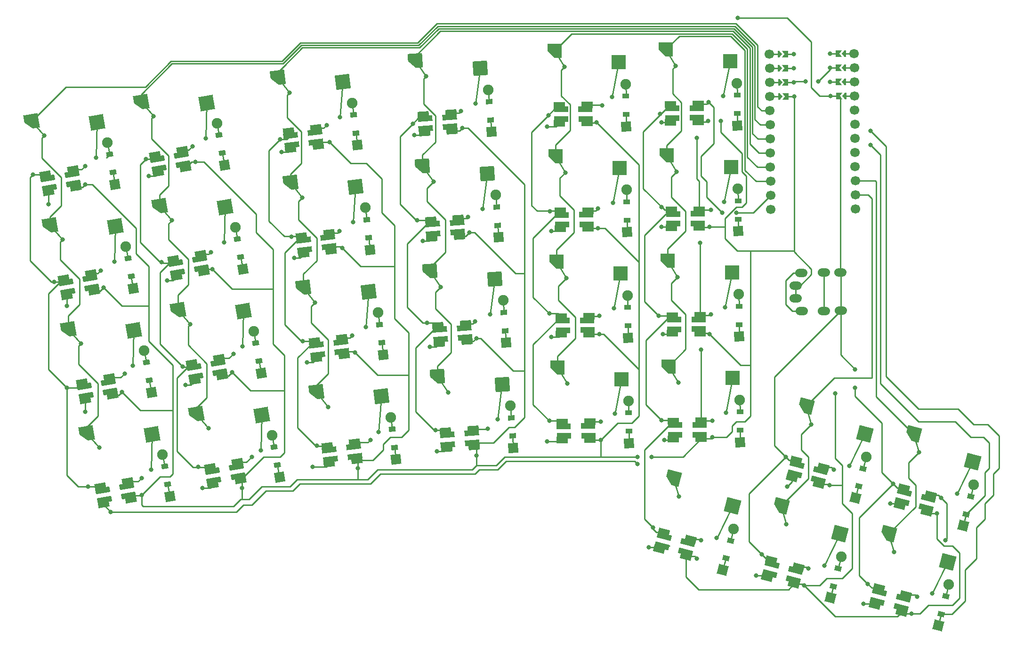
<source format=gbr>
%TF.GenerationSoftware,KiCad,Pcbnew,7.0.10-7.0.10~ubuntu22.04.1*%
%TF.CreationDate,2024-02-29T23:27:08-07:00*%
%TF.ProjectId,boardPcb,626f6172-6450-4636-922e-6b696361645f,v1.0.0*%
%TF.SameCoordinates,Original*%
%TF.FileFunction,Copper,L2,Bot*%
%TF.FilePolarity,Positive*%
%FSLAX46Y46*%
G04 Gerber Fmt 4.6, Leading zero omitted, Abs format (unit mm)*
G04 Created by KiCad (PCBNEW 7.0.10-7.0.10~ubuntu22.04.1) date 2024-02-29 23:27:08*
%MOMM*%
%LPD*%
G01*
G04 APERTURE LIST*
G04 Aperture macros list*
%AMHorizOval*
0 Thick line with rounded ends*
0 $1 width*
0 $2 $3 position (X,Y) of the first rounded end (center of the circle)*
0 $4 $5 position (X,Y) of the second rounded end (center of the circle)*
0 Add line between two ends*
20,1,$1,$2,$3,$4,$5,0*
0 Add two circle primitives to create the rounded ends*
1,1,$1,$2,$3*
1,1,$1,$4,$5*%
%AMRotRect*
0 Rectangle, with rotation*
0 The origin of the aperture is its center*
0 $1 length*
0 $2 width*
0 $3 Rotation angle, in degrees counterclockwise*
0 Add horizontal line*
21,1,$1,$2,0,0,$3*%
%AMFreePoly0*
4,1,6,1.300000,-1.300000,0.000000,-1.300000,-1.300000,0.000000,-1.300000,1.300000,1.300000,1.300000,1.300000,-1.300000,1.300000,-1.300000,$1*%
%AMFreePoly1*
4,1,6,0.250000,0.000000,-0.250000,-0.625000,-0.500000,-0.625000,-0.500000,0.625000,-0.250000,0.625000,0.250000,0.000000,0.250000,0.000000,$1*%
%AMFreePoly2*
4,1,6,0.500000,-0.625000,-0.650000,-0.625000,-0.150000,0.000000,-0.650000,0.625000,0.500000,0.625000,0.500000,-0.625000,0.500000,-0.625000,$1*%
G04 Aperture macros list end*
%TA.AperFunction,ComponentPad*%
%ADD10RotRect,1.778000X1.778000X90.500000*%
%TD*%
%TA.AperFunction,SMDPad,CuDef*%
%ADD11RotRect,0.900000X1.200000X90.500000*%
%TD*%
%TA.AperFunction,ComponentPad*%
%ADD12C,1.905000*%
%TD*%
%TA.AperFunction,ComponentPad*%
%ADD13RotRect,1.778000X1.778000X100.000000*%
%TD*%
%TA.AperFunction,SMDPad,CuDef*%
%ADD14RotRect,0.900000X1.200000X100.000000*%
%TD*%
%TA.AperFunction,ComponentPad*%
%ADD15RotRect,1.778000X1.778000X94.000000*%
%TD*%
%TA.AperFunction,SMDPad,CuDef*%
%ADD16RotRect,0.900000X1.200000X94.000000*%
%TD*%
%TA.AperFunction,SMDPad,CuDef*%
%ADD17RotRect,2.600000X1.000000X0.500000*%
%TD*%
%TA.AperFunction,SMDPad,CuDef*%
%ADD18RotRect,2.000000X1.200000X0.500000*%
%TD*%
%TA.AperFunction,ComponentPad*%
%ADD19RotRect,1.778000X1.778000X75.500000*%
%TD*%
%TA.AperFunction,SMDPad,CuDef*%
%ADD20RotRect,0.900000X1.200000X75.500000*%
%TD*%
%TA.AperFunction,SMDPad,CuDef*%
%ADD21FreePoly0,7.000000*%
%TD*%
%TA.AperFunction,ComponentPad*%
%ADD22C,0.800000*%
%TD*%
%TA.AperFunction,SMDPad,CuDef*%
%ADD23RotRect,2.600000X2.600000X7.000000*%
%TD*%
%TA.AperFunction,SMDPad,CuDef*%
%ADD24RotRect,2.600000X1.000000X10.000000*%
%TD*%
%TA.AperFunction,SMDPad,CuDef*%
%ADD25RotRect,2.000000X1.200000X10.000000*%
%TD*%
%TA.AperFunction,SMDPad,CuDef*%
%ADD26FreePoly0,0.500000*%
%TD*%
%TA.AperFunction,SMDPad,CuDef*%
%ADD27RotRect,2.600000X2.600000X0.500000*%
%TD*%
%TA.AperFunction,ComponentPad*%
%ADD28RotRect,1.778000X1.778000X97.000000*%
%TD*%
%TA.AperFunction,SMDPad,CuDef*%
%ADD29RotRect,0.900000X1.200000X97.000000*%
%TD*%
%TA.AperFunction,ComponentPad*%
%ADD30HorizOval,1.600000X-0.299989X-0.002618X0.299989X0.002618X0*%
%TD*%
%TA.AperFunction,SMDPad,CuDef*%
%ADD31RotRect,2.600000X1.000000X7.000000*%
%TD*%
%TA.AperFunction,SMDPad,CuDef*%
%ADD32RotRect,2.000000X1.200000X7.000000*%
%TD*%
%TA.AperFunction,SMDPad,CuDef*%
%ADD33FreePoly0,10.000000*%
%TD*%
%TA.AperFunction,SMDPad,CuDef*%
%ADD34RotRect,2.600000X2.600000X10.000000*%
%TD*%
%TA.AperFunction,SMDPad,CuDef*%
%ADD35RotRect,2.600000X1.000000X345.500000*%
%TD*%
%TA.AperFunction,SMDPad,CuDef*%
%ADD36RotRect,2.000000X1.200000X345.500000*%
%TD*%
%TA.AperFunction,SMDPad,CuDef*%
%ADD37FreePoly0,4.000000*%
%TD*%
%TA.AperFunction,SMDPad,CuDef*%
%ADD38RotRect,2.600000X2.600000X4.000000*%
%TD*%
%TA.AperFunction,SMDPad,CuDef*%
%ADD39FreePoly0,345.500000*%
%TD*%
%TA.AperFunction,SMDPad,CuDef*%
%ADD40RotRect,2.600000X2.600000X345.500000*%
%TD*%
%TA.AperFunction,ComponentPad*%
%ADD41HorizOval,1.700000X0.000000X0.000000X0.000000X0.000000X0*%
%TD*%
%TA.AperFunction,SMDPad,CuDef*%
%ADD42FreePoly1,0.500000*%
%TD*%
%TA.AperFunction,SMDPad,CuDef*%
%ADD43FreePoly2,0.500000*%
%TD*%
%TA.AperFunction,ComponentPad*%
%ADD44HorizOval,1.700000X0.000000X0.000000X0.000000X0.000000X0*%
%TD*%
%TA.AperFunction,SMDPad,CuDef*%
%ADD45FreePoly2,180.500000*%
%TD*%
%TA.AperFunction,SMDPad,CuDef*%
%ADD46FreePoly1,180.500000*%
%TD*%
%TA.AperFunction,SMDPad,CuDef*%
%ADD47RotRect,2.600000X1.000000X4.000000*%
%TD*%
%TA.AperFunction,SMDPad,CuDef*%
%ADD48RotRect,2.000000X1.200000X4.000000*%
%TD*%
%TA.AperFunction,ViaPad*%
%ADD49C,0.800000*%
%TD*%
%TA.AperFunction,Conductor*%
%ADD50C,0.250000*%
%TD*%
G04 APERTURE END LIST*
D10*
%TO.P,D17,1*%
%TO.N,P21*%
X226301341Y-175114482D03*
D11*
X226282492Y-172954564D03*
%TO.P,D17,2*%
%TO.N,pointer_bottom*%
X226253694Y-169654690D03*
D12*
X226234845Y-167494772D03*
%TD*%
D13*
%TO.P,D3,1*%
%TO.N,P19*%
X137149998Y-147230922D03*
D14*
X136774917Y-145103737D03*
%TO.P,D3,2*%
%TO.N,pinky1_top*%
X136201879Y-141853871D03*
D12*
X135826798Y-139726686D03*
%TD*%
D15*
%TO.P,D15,1*%
%TO.N,P19*%
X202871549Y-138054021D03*
D16*
X202720875Y-135899283D03*
%TO.P,D15,2*%
%TO.N,middle_top*%
X202490679Y-132607321D03*
D12*
X202340005Y-130452583D03*
%TD*%
D17*
%TO.P,LED17,1*%
%TO.N,VCC*%
X214573992Y-172031704D03*
%TO.P,LED17,2*%
%TO.N,L020*%
X214589263Y-173781637D03*
%TO.P,LED17,3*%
%TO.N,GND*%
X218989096Y-173743240D03*
%TO.P,LED17,4*%
%TO.N,L019*%
X218973825Y-171993307D03*
D18*
%TO.P,LED17,11*%
%TO.N,VCC*%
X214267677Y-171309349D03*
%TO.P,LED17,22*%
%TO.N,L020*%
X214295602Y-174509227D03*
%TO.P,LED17,33*%
%TO.N,GND*%
X219295411Y-174465595D03*
%TO.P,LED17,44*%
%TO.N,L019*%
X219267486Y-171265717D03*
%TD*%
D10*
%TO.P,D22,1*%
%TO.N,P20*%
X246134775Y-155940674D03*
D11*
X246115926Y-153780756D03*
%TO.P,D22,2*%
%TO.N,pointer2_middle*%
X246087128Y-150480882D03*
D12*
X246068279Y-148320964D03*
%TD*%
D19*
%TO.P,D28,1*%
%TO.N,P19*%
X267043658Y-184951979D03*
D20*
X267584479Y-182860780D03*
%TO.P,D28,2*%
%TO.N,home2_thumb2*%
X268410733Y-179665892D03*
D12*
X268951554Y-177574693D03*
%TD*%
D17*
%TO.P,LED24,1*%
%TO.N,VCC*%
X234075818Y-114859343D03*
%TO.P,LED24,2*%
%TO.N,L001*%
X234091089Y-116609276D03*
%TO.P,LED24,3*%
%TO.N,GND*%
X238490922Y-116570879D03*
%TO.P,LED24,4*%
%TO.N,P8*%
X238475651Y-114820946D03*
D18*
%TO.P,LED24,11*%
%TO.N,VCC*%
X233769503Y-114136988D03*
%TO.P,LED24,22*%
%TO.N,L001*%
X233797428Y-117336866D03*
%TO.P,LED24,33*%
%TO.N,GND*%
X238797237Y-117293234D03*
%TO.P,LED24,44*%
%TO.N,P8*%
X238769312Y-114093356D03*
%TD*%
D13*
%TO.P,D6,1*%
%TO.N,P20*%
X160145469Y-162469306D03*
D14*
X159770388Y-160342121D03*
%TO.P,D6,2*%
%TO.N,pink2_middle*%
X159197350Y-157092255D03*
D12*
X158822269Y-154965070D03*
%TD*%
D21*
%TO.P,S12,1*%
%TO.N,P4*%
X163111953Y-109344449D03*
D22*
%TO.P,S12,2*%
X165233237Y-112056143D03*
%TO.N,ring_number*%
X174340160Y-116479257D03*
D23*
X174843973Y-110120460D03*
%TD*%
D10*
%TO.P,D23,1*%
%TO.N,P19*%
X245968971Y-136941398D03*
D11*
X245950122Y-134781480D03*
%TO.P,D23,2*%
%TO.N,pointer2_top*%
X245921324Y-131481606D03*
D12*
X245902475Y-129321688D03*
%TD*%
D24*
%TO.P,LED6,1*%
%TO.N,VCC*%
X148070148Y-161364376D03*
%TO.P,LED6,2*%
%TO.N,L017*%
X148374032Y-163087790D03*
%TO.P,LED6,3*%
%TO.N,GND*%
X152707186Y-162323738D03*
%TO.P,LED6,4*%
%TO.N,L016*%
X152403302Y-160600324D03*
D25*
%TO.P,LED6,11*%
%TO.N,VCC*%
X147648811Y-160702485D03*
%TO.P,LED6,22*%
%TO.N,L017*%
X148204485Y-163853870D03*
%TO.P,LED6,33*%
%TO.N,GND*%
X153128523Y-162985629D03*
%TO.P,LED6,44*%
%TO.N,L016*%
X152572849Y-159834244D03*
%TD*%
D10*
%TO.P,D21,1*%
%TO.N,P21*%
X246300579Y-174939951D03*
D11*
X246281730Y-172780033D03*
%TO.P,D21,2*%
%TO.N,pointer2_bottom*%
X246252932Y-169480159D03*
D12*
X246234083Y-167320241D03*
%TD*%
D26*
%TO.P,S18,1*%
%TO.N,P6*%
X213240946Y-142467211D03*
D22*
%TO.P,S18,2*%
X215041622Y-145401609D03*
%TO.N,pointer_middle*%
X223589294Y-150827224D03*
D27*
X224809704Y-144566336D03*
%TD*%
D19*
%TO.P,D29,1*%
%TO.N,P19*%
X286406611Y-189959579D03*
D20*
X286947432Y-187868380D03*
%TO.P,D29,2*%
%TO.N,far2_thumb2*%
X287773686Y-184673492D03*
D12*
X288314507Y-182582293D03*
%TD*%
D26*
%TO.P,S17,1*%
%TO.N,P6*%
X213406750Y-161466487D03*
D22*
%TO.P,S17,2*%
X215207426Y-164400885D03*
%TO.N,pointer_bottom*%
X223755098Y-169826500D03*
D27*
X224975508Y-163565612D03*
%TD*%
D28*
%TO.P,D12,1*%
%TO.N,P18*%
X177468652Y-121445004D03*
D29*
X177205414Y-119301104D03*
%TO.P,D12,2*%
%TO.N,ring_number*%
X176803246Y-116025702D03*
D12*
X176540008Y-113881802D03*
%TD*%
D13*
%TO.P,D2,1*%
%TO.N,P20*%
X140449314Y-165942269D03*
D14*
X140074233Y-163815084D03*
%TO.P,D2,2*%
%TO.N,pinky1_middle*%
X139501195Y-160565218D03*
D12*
X139126114Y-158438033D03*
%TD*%
D30*
%TO.P,TRRS1,1*%
%TO.N,GND*%
X256254888Y-146742010D03*
X256274959Y-149041923D03*
%TO.P,TRRS1,2*%
%TO.N,P9*%
X257334775Y-144432499D03*
X257394988Y-151332236D03*
%TO.P,TRRS1,3*%
%TO.N,P10*%
X261334623Y-144397593D03*
X261394836Y-151297330D03*
%TO.P,TRRS1,4*%
%TO.N,VCC*%
X264334509Y-144371413D03*
X264394722Y-151271150D03*
%TD*%
D31*
%TO.P,LED10,1*%
%TO.N,VCC*%
X170098744Y-157426370D03*
%TO.P,LED10,2*%
%TO.N,L016*%
X170312015Y-159163325D03*
%TO.P,LED10,3*%
%TO.N,GND*%
X174679218Y-158627100D03*
%TO.P,LED10,4*%
%TO.N,L015*%
X174465947Y-156890145D03*
D32*
%TO.P,LED10,11*%
%TO.N,VCC*%
X169712625Y-156743335D03*
%TO.P,LED10,22*%
%TO.N,L016*%
X170102607Y-159919482D03*
%TO.P,LED10,33*%
%TO.N,GND*%
X175065337Y-159310135D03*
%TO.P,LED10,44*%
%TO.N,L015*%
X174675355Y-156133988D03*
%TD*%
D33*
%TO.P,S4,1*%
%TO.N,P2*%
X118880365Y-117186975D03*
D22*
%TO.P,S4,2*%
X121140661Y-119783932D03*
%TO.N,pinky1_number*%
X130466592Y-123724365D03*
D34*
X130636920Y-117347915D03*
%TD*%
D31*
%TO.P,LED11,1*%
%TO.N,VCC*%
X167783226Y-138567993D03*
%TO.P,LED11,2*%
%TO.N,L010*%
X167996497Y-140304948D03*
%TO.P,LED11,3*%
%TO.N,GND*%
X172363700Y-139768723D03*
%TO.P,LED11,4*%
%TO.N,L009*%
X172150429Y-138031768D03*
D32*
%TO.P,LED11,11*%
%TO.N,VCC*%
X167397107Y-137884958D03*
%TO.P,LED11,22*%
%TO.N,L010*%
X167787089Y-141061105D03*
%TO.P,LED11,33*%
%TO.N,GND*%
X172749819Y-140451758D03*
%TO.P,LED11,44*%
%TO.N,L009*%
X172359837Y-137275611D03*
%TD*%
D35*
%TO.P,LED28,1*%
%TO.N,VCC*%
X256513791Y-178938982D03*
%TO.P,LED28,2*%
%TO.N,L026*%
X256075626Y-180633240D03*
%TO.P,LED28,3*%
%TO.N,GND*%
X260335475Y-181734912D03*
%TO.P,LED28,4*%
%TO.N,L025*%
X260773640Y-180040654D03*
D36*
%TO.P,LED28,11*%
%TO.N,VCC*%
X256404872Y-178161961D03*
%TO.P,LED28,22*%
%TO.N,L026*%
X255603656Y-181260033D03*
%TO.P,LED28,33*%
%TO.N,GND*%
X260444394Y-182511933D03*
%TO.P,LED28,44*%
%TO.N,L025*%
X261245610Y-179413861D03*
%TD*%
D21*
%TO.P,S11,1*%
%TO.N,P4*%
X165427471Y-128202826D03*
D22*
%TO.P,S11,2*%
X167548755Y-130914520D03*
%TO.N,ring_top*%
X176655678Y-135337634D03*
D23*
X177159491Y-128978837D03*
%TD*%
D17*
%TO.P,LED18,1*%
%TO.N,VCC*%
X214408188Y-153032427D03*
%TO.P,LED18,2*%
%TO.N,L014*%
X214423459Y-154782360D03*
%TO.P,LED18,3*%
%TO.N,GND*%
X218823292Y-154743963D03*
%TO.P,LED18,4*%
%TO.N,L013*%
X218808021Y-152994030D03*
D18*
%TO.P,LED18,11*%
%TO.N,VCC*%
X214101873Y-152310072D03*
%TO.P,LED18,22*%
%TO.N,L014*%
X214129798Y-155509950D03*
%TO.P,LED18,33*%
%TO.N,GND*%
X219129607Y-155466318D03*
%TO.P,LED18,44*%
%TO.N,L013*%
X219101682Y-152266440D03*
%TD*%
D10*
%TO.P,D19,1*%
%TO.N,P19*%
X225969732Y-137115929D03*
D11*
X225950883Y-134956011D03*
%TO.P,D19,2*%
%TO.N,pointer_top*%
X225922085Y-131656137D03*
D12*
X225903236Y-129496219D03*
%TD*%
D35*
%TO.P,LED26,1*%
%TO.N,VCC*%
X252022917Y-196896418D03*
%TO.P,LED26,2*%
%TO.N,L028*%
X251584752Y-198590676D03*
%TO.P,LED26,3*%
%TO.N,GND*%
X255844601Y-199692348D03*
%TO.P,LED26,4*%
%TO.N,L027*%
X256282766Y-197998090D03*
D36*
%TO.P,LED26,11*%
%TO.N,VCC*%
X251913998Y-196119397D03*
%TO.P,LED26,22*%
%TO.N,L028*%
X251112782Y-199217469D03*
%TO.P,LED26,33*%
%TO.N,GND*%
X255953520Y-200469369D03*
%TO.P,LED26,44*%
%TO.N,L027*%
X256754736Y-197371297D03*
%TD*%
D37*
%TO.P,S15,1*%
%TO.N,P5*%
X189167820Y-125218678D03*
D22*
%TO.P,S15,2*%
X191144278Y-128037675D03*
%TO.N,middle_top*%
X200007233Y-132931347D03*
D38*
X200843149Y-126607632D03*
%TD*%
D19*
%TO.P,D25,1*%
%TO.N,P21*%
X243189831Y-197901814D03*
D20*
X243730652Y-195810615D03*
%TO.P,D25,2*%
%TO.N,near_thumb*%
X244556906Y-192615727D03*
D12*
X245097727Y-190524528D03*
%TD*%
D35*
%TO.P,LED25,1*%
%TO.N,VCC*%
X232659964Y-191888818D03*
%TO.P,LED25,2*%
%TO.N,L029*%
X232221799Y-193583076D03*
%TO.P,LED25,3*%
%TO.N,GND*%
X236481648Y-194684748D03*
%TO.P,LED25,4*%
%TO.N,L028*%
X236919813Y-192990490D03*
D36*
%TO.P,LED25,11*%
%TO.N,VCC*%
X232551045Y-191111797D03*
%TO.P,LED25,22*%
%TO.N,L029*%
X231749829Y-194209869D03*
%TO.P,LED25,33*%
%TO.N,GND*%
X236590567Y-195461769D03*
%TO.P,LED25,44*%
%TO.N,L028*%
X237391783Y-192363697D03*
%TD*%
D31*
%TO.P,LED12,1*%
%TO.N,VCC*%
X165467709Y-119709616D03*
%TO.P,LED12,2*%
%TO.N,L004*%
X165680980Y-121446571D03*
%TO.P,LED12,3*%
%TO.N,GND*%
X170048183Y-120910346D03*
%TO.P,LED12,4*%
%TO.N,L003*%
X169834912Y-119173391D03*
D32*
%TO.P,LED12,11*%
%TO.N,VCC*%
X165081590Y-119026581D03*
%TO.P,LED12,22*%
%TO.N,L004*%
X165471572Y-122202728D03*
%TO.P,LED12,33*%
%TO.N,GND*%
X170434302Y-121593381D03*
%TO.P,LED12,44*%
%TO.N,L003*%
X170044320Y-118417234D03*
%TD*%
D24*
%TO.P,LED2,1*%
%TO.N,VCC*%
X128373993Y-164837339D03*
%TO.P,LED2,2*%
%TO.N,L018*%
X128677877Y-166560753D03*
%TO.P,LED2,3*%
%TO.N,GND*%
X133011031Y-165796701D03*
%TO.P,LED2,4*%
%TO.N,L017*%
X132707147Y-164073287D03*
D25*
%TO.P,LED2,11*%
%TO.N,VCC*%
X127952656Y-164175448D03*
%TO.P,LED2,22*%
%TO.N,L018*%
X128508330Y-167326833D03*
%TO.P,LED2,33*%
%TO.N,GND*%
X133432368Y-166458592D03*
%TO.P,LED2,44*%
%TO.N,L017*%
X132876694Y-163307207D03*
%TD*%
D26*
%TO.P,S19,1*%
%TO.N,P6*%
X213075142Y-123467934D03*
D22*
%TO.P,S19,2*%
X214875818Y-126402332D03*
%TO.N,pointer_top*%
X223423490Y-131827947D03*
D27*
X224643900Y-125567059D03*
%TD*%
D17*
%TO.P,LED19,1*%
%TO.N,VCC*%
X214242384Y-134033151D03*
%TO.P,LED19,2*%
%TO.N,L008*%
X214257655Y-135783084D03*
%TO.P,LED19,3*%
%TO.N,GND*%
X218657488Y-135744687D03*
%TO.P,LED19,4*%
%TO.N,L007*%
X218642217Y-133994754D03*
D18*
%TO.P,LED19,11*%
%TO.N,VCC*%
X213936069Y-133310796D03*
%TO.P,LED19,22*%
%TO.N,L008*%
X213963994Y-136510674D03*
%TO.P,LED19,33*%
%TO.N,GND*%
X218963803Y-136467042D03*
%TO.P,LED19,44*%
%TO.N,L007*%
X218935878Y-133267164D03*
%TD*%
D26*
%TO.P,S23,1*%
%TO.N,P7*%
X233074380Y-123293403D03*
D22*
%TO.P,S23,2*%
X234875056Y-126227801D03*
%TO.N,pointer2_top*%
X243422728Y-131653416D03*
D27*
X244643138Y-125392528D03*
%TD*%
D19*
%TO.P,D26,1*%
%TO.N,P20*%
X262552784Y-202909414D03*
D20*
X263093605Y-200818215D03*
%TO.P,D26,2*%
%TO.N,home_thumb*%
X263919859Y-197623327D03*
D12*
X264460680Y-195532128D03*
%TD*%
D26*
%TO.P,S24,1*%
%TO.N,P7*%
X232908576Y-104294127D03*
D22*
%TO.P,S24,2*%
X234709252Y-107228525D03*
%TO.N,pointer2_number*%
X243256924Y-112654140D03*
D27*
X244477334Y-106393252D03*
%TD*%
D33*
%TO.P,S5,1*%
%TO.N,P3*%
X148474466Y-169848054D03*
D22*
%TO.P,S5,2*%
X150734762Y-172445011D03*
%TO.N,pink2_bottom*%
X160060693Y-176385444D03*
D34*
X160231021Y-170008994D03*
%TD*%
D24*
%TO.P,LED3,1*%
%TO.N,VCC*%
X125074678Y-146125992D03*
%TO.P,LED3,2*%
%TO.N,L012*%
X125378562Y-147849406D03*
%TO.P,LED3,3*%
%TO.N,GND*%
X129711716Y-147085354D03*
%TO.P,LED3,4*%
%TO.N,L011*%
X129407832Y-145361940D03*
D25*
%TO.P,LED3,11*%
%TO.N,VCC*%
X124653341Y-145464101D03*
%TO.P,LED3,22*%
%TO.N,L012*%
X125209015Y-148615486D03*
%TO.P,LED3,33*%
%TO.N,GND*%
X130133053Y-147747245D03*
%TO.P,LED3,44*%
%TO.N,L011*%
X129577379Y-144595860D03*
%TD*%
D39*
%TO.P,S29,1*%
%TO.N,P14*%
X277483754Y-173439262D03*
D22*
%TO.P,S29,2*%
X278463595Y-176739722D03*
%TO.N,far2_thumb2*%
X285315759Y-184192764D03*
D40*
X288115023Y-178461076D03*
%TD*%
D39*
%TO.P,S28,1*%
%TO.N,P16*%
X258120801Y-168431662D03*
D22*
%TO.P,S28,2*%
X259100642Y-171732122D03*
%TO.N,home2_thumb2*%
X265952806Y-179185164D03*
D40*
X268752070Y-173453476D03*
%TD*%
D33*
%TO.P,S2,1*%
%TO.N,P2*%
X125478995Y-154609670D03*
D22*
%TO.P,S2,2*%
X127739291Y-157206627D03*
%TO.N,pinky1_middle*%
X137065222Y-161147060D03*
D34*
X137235550Y-154770610D03*
%TD*%
D13*
%TO.P,D1,1*%
%TO.N,P21*%
X143748629Y-184653616D03*
D14*
X143373548Y-182526431D03*
%TO.P,D1,2*%
%TO.N,pinky1_bottom*%
X142800510Y-179276565D03*
D12*
X142425429Y-177149380D03*
%TD*%
D33*
%TO.P,S1,1*%
%TO.N,P2*%
X128778311Y-173321017D03*
D22*
%TO.P,S1,2*%
X131038607Y-175917974D03*
%TO.N,pinky1_bottom*%
X140364538Y-179858407D03*
D34*
X140534866Y-173481957D03*
%TD*%
D15*
%TO.P,D13,1*%
%TO.N,P21*%
X205522295Y-175961455D03*
D16*
X205371621Y-173806717D03*
%TO.P,D13,2*%
%TO.N,middle_bottom*%
X205141425Y-170514755D03*
D12*
X204990751Y-168360017D03*
%TD*%
D17*
%TO.P,LED20,1*%
%TO.N,VCC*%
X214076580Y-115033874D03*
%TO.P,LED20,2*%
%TO.N,L002*%
X214091851Y-116783807D03*
%TO.P,LED20,3*%
%TO.N,GND*%
X218491684Y-116745410D03*
%TO.P,LED20,4*%
%TO.N,L001*%
X218476413Y-114995477D03*
D18*
%TO.P,LED20,11*%
%TO.N,VCC*%
X213770265Y-114311519D03*
%TO.P,LED20,22*%
%TO.N,L002*%
X213798190Y-117511397D03*
%TO.P,LED20,33*%
%TO.N,GND*%
X218797999Y-117467765D03*
%TO.P,LED20,44*%
%TO.N,L001*%
X218770074Y-114267887D03*
%TD*%
D39*
%TO.P,S27,1*%
%TO.N,P14*%
X272992880Y-191396698D03*
D22*
%TO.P,S27,2*%
X273972721Y-194697158D03*
%TO.N,far_thumb*%
X280824885Y-202150200D03*
D40*
X283624149Y-196418512D03*
%TD*%
D41*
%TO.P,,0*%
%TO.N,_1_0*%
X251571417Y-105111296D03*
D42*
X253571341Y-105093843D03*
D43*
%TO.N,P1*%
X254416309Y-105086469D03*
D22*
X255929252Y-105073266D03*
D41*
%TO.P,,1*%
%TO.N,_1_1*%
X251593583Y-107651199D03*
D42*
X253593507Y-107633746D03*
D43*
%TO.N,P0*%
X254438475Y-107626372D03*
D22*
X255951417Y-107613169D03*
D41*
%TO.P,,2*%
%TO.N,_1_2*%
X251615748Y-110191103D03*
D42*
X253615672Y-110173650D03*
D43*
%TO.N,GND*%
X254460640Y-110166276D03*
D22*
X255973582Y-110153072D03*
D41*
%TO.P,,3*%
%TO.N,_1_3*%
X251637914Y-112731006D03*
D42*
X253637837Y-112713553D03*
D43*
%TO.N,GND*%
X254482805Y-112706179D03*
D22*
X255995748Y-112692976D03*
D41*
%TO.P,,4*%
%TO.N,P2*%
X251660079Y-115270909D03*
%TO.P,,5*%
%TO.N,P3*%
X251682244Y-117810813D03*
%TO.P,,6*%
%TO.N,P4*%
X251704410Y-120350716D03*
%TO.P,,7*%
%TO.N,P5*%
X251726575Y-122890619D03*
%TO.P,,8*%
%TO.N,P6*%
X251748741Y-125430522D03*
%TO.P,,9*%
%TO.N,P7*%
X251770906Y-127970426D03*
%TO.P,,10*%
%TO.N,P8*%
X251793071Y-130510329D03*
%TO.P,,11*%
%TO.N,P9*%
X251815237Y-133050232D03*
D44*
%TO.P,,12*%
%TO.N,P10*%
X267054657Y-132917240D03*
%TO.P,,13*%
%TO.N,P16*%
X267032491Y-130377337D03*
%TO.P,,14*%
%TO.N,P14*%
X267010326Y-127837433D03*
%TO.P,,15*%
%TO.N,P15*%
X266988160Y-125297530D03*
%TO.P,,16*%
%TO.N,P18*%
X266965995Y-122757627D03*
%TO.P,,17*%
%TO.N,P19*%
X266943830Y-120217723D03*
%TO.P,,18*%
%TO.N,P20*%
X266921664Y-117677820D03*
%TO.P,,19*%
%TO.N,P21*%
X266899499Y-115137917D03*
D22*
%TO.P,,20*%
%TO.N,VCC*%
X262519499Y-112636044D03*
D45*
X264032442Y-112622841D03*
D46*
%TO.N,_1_20*%
X264877410Y-112615467D03*
D44*
X266877333Y-112598014D03*
D22*
%TO.P,,21*%
%TO.N,RST*%
X262497334Y-110096141D03*
D45*
X264010276Y-110082937D03*
D46*
%TO.N,_1_21*%
X264855244Y-110075563D03*
D44*
X266855168Y-110058110D03*
D22*
%TO.P,,22*%
%TO.N,GND*%
X262475168Y-107556237D03*
D45*
X263988111Y-107543034D03*
D46*
%TO.N,_1_22*%
X264833079Y-107535660D03*
D44*
X266833003Y-107518207D03*
D22*
%TO.P,,23*%
%TO.N,RAW*%
X262453003Y-105016334D03*
D45*
X263965945Y-105003131D03*
D46*
%TO.N,_1_23*%
X264810913Y-104995757D03*
D44*
X266810837Y-104978304D03*
%TD*%
D37*
%TO.P,S16,1*%
%TO.N,P5*%
X187842447Y-106264961D03*
D22*
%TO.P,S16,2*%
X189818905Y-109083958D03*
%TO.N,middle_number*%
X198681860Y-113977630D03*
D38*
X199517776Y-107653915D03*
%TD*%
D33*
%TO.P,S8,1*%
%TO.N,P3*%
X138576520Y-113714012D03*
D22*
%TO.P,S8,2*%
X140836816Y-116310969D03*
%TO.N,pink2_number*%
X150162747Y-120251402D03*
D34*
X150333075Y-113874952D03*
%TD*%
D10*
%TO.P,D20,1*%
%TO.N,P18*%
X225803928Y-118116652D03*
D11*
X225785079Y-115956734D03*
%TO.P,D20,2*%
%TO.N,pointer_number*%
X225756281Y-112656860D03*
D12*
X225737432Y-110496942D03*
%TD*%
D24*
%TO.P,LED5,1*%
%TO.N,VCC*%
X151369464Y-180075723D03*
%TO.P,LED5,2*%
%TO.N,L023*%
X151673348Y-181799137D03*
%TO.P,LED5,3*%
%TO.N,GND*%
X156006502Y-181035085D03*
%TO.P,LED5,4*%
%TO.N,L022*%
X155702618Y-179311671D03*
D25*
%TO.P,LED5,11*%
%TO.N,VCC*%
X150948127Y-179413832D03*
%TO.P,LED5,22*%
%TO.N,L023*%
X151503801Y-182565217D03*
%TO.P,LED5,33*%
%TO.N,GND*%
X156427839Y-181696976D03*
%TO.P,LED5,44*%
%TO.N,L022*%
X155872165Y-178545591D03*
%TD*%
D15*
%TO.P,D14,1*%
%TO.N,P20*%
X204196922Y-157007738D03*
D16*
X204046248Y-154853000D03*
%TO.P,D14,2*%
%TO.N,middle_middle*%
X203816052Y-151561038D03*
D12*
X203665378Y-149406300D03*
%TD*%
D33*
%TO.P,S3,1*%
%TO.N,P2*%
X122179680Y-135898323D03*
D22*
%TO.P,S3,2*%
X124439976Y-138495280D03*
%TO.N,pinky1_top*%
X133765907Y-142435713D03*
D34*
X133936235Y-136059263D03*
%TD*%
D39*
%TO.P,S26,1*%
%TO.N,P16*%
X253629927Y-186389098D03*
D22*
%TO.P,S26,2*%
X254609768Y-189689558D03*
%TO.N,home_thumb*%
X261461932Y-197142600D03*
D40*
X264261196Y-191410912D03*
%TD*%
D33*
%TO.P,S6,1*%
%TO.N,P3*%
X145175150Y-151136706D03*
D22*
%TO.P,S6,2*%
X147435446Y-153733663D03*
%TO.N,pink2_middle*%
X156761377Y-157674096D03*
D34*
X156931705Y-151297646D03*
%TD*%
D37*
%TO.P,S13,1*%
%TO.N,P5*%
X191818566Y-163126112D03*
D22*
%TO.P,S13,2*%
X193795024Y-165945109D03*
%TO.N,middle_bottom*%
X202657979Y-170838781D03*
D38*
X203493895Y-164515066D03*
%TD*%
D26*
%TO.P,S22,1*%
%TO.N,P7*%
X233240185Y-142292680D03*
D22*
%TO.P,S22,2*%
X235040861Y-145227078D03*
%TO.N,pointer2_middle*%
X243588533Y-150652693D03*
D27*
X244808943Y-144391805D03*
%TD*%
D24*
%TO.P,LED1,1*%
%TO.N,VCC*%
X131673309Y-183548687D03*
%TO.P,LED1,2*%
%TO.N,L024*%
X131977193Y-185272101D03*
%TO.P,LED1,3*%
%TO.N,GND*%
X136310347Y-184508049D03*
%TO.P,LED1,4*%
%TO.N,L023*%
X136006463Y-182784635D03*
D25*
%TO.P,LED1,11*%
%TO.N,VCC*%
X131251972Y-182886796D03*
%TO.P,LED1,22*%
%TO.N,L024*%
X131807646Y-186038181D03*
%TO.P,LED1,33*%
%TO.N,GND*%
X136731684Y-185169940D03*
%TO.P,LED1,44*%
%TO.N,L023*%
X136176010Y-182018555D03*
%TD*%
D13*
%TO.P,D8,1*%
%TO.N,P18*%
X153546838Y-125046611D03*
D14*
X153171757Y-122919426D03*
%TO.P,D8,2*%
%TO.N,pink2_number*%
X152598719Y-119669560D03*
D12*
X152223638Y-117542375D03*
%TD*%
D24*
%TO.P,LED8,1*%
%TO.N,VCC*%
X141471518Y-123941681D03*
%TO.P,LED8,2*%
%TO.N,L005*%
X141775402Y-125665095D03*
%TO.P,LED8,3*%
%TO.N,GND*%
X146108556Y-124901043D03*
%TO.P,LED8,4*%
%TO.N,L004*%
X145804672Y-123177629D03*
D25*
%TO.P,LED8,11*%
%TO.N,VCC*%
X141050181Y-123279790D03*
%TO.P,LED8,22*%
%TO.N,L005*%
X141605855Y-126431175D03*
%TO.P,LED8,33*%
%TO.N,GND*%
X146529893Y-125562934D03*
%TO.P,LED8,44*%
%TO.N,L004*%
X145974219Y-122411549D03*
%TD*%
D26*
%TO.P,S20,1*%
%TO.N,P6*%
X212909338Y-104468658D03*
D22*
%TO.P,S20,2*%
X214710014Y-107403056D03*
%TO.N,pointer_number*%
X223257686Y-112828671D03*
D27*
X224478096Y-106567783D03*
%TD*%
D47*
%TO.P,LED16,1*%
%TO.N,VCC*%
X189652502Y-116739213D03*
%TO.P,LED16,2*%
%TO.N,L003*%
X189774576Y-118484950D03*
%TO.P,LED16,3*%
%TO.N,GND*%
X194163858Y-118178021D03*
%TO.P,LED16,4*%
%TO.N,L002*%
X194041784Y-116432284D03*
D48*
%TO.P,LED16,11*%
%TO.N,VCC*%
X189302660Y-116036906D03*
%TO.P,LED16,22*%
%TO.N,L003*%
X189525880Y-119229111D03*
%TO.P,LED16,33*%
%TO.N,GND*%
X194513700Y-118880328D03*
%TO.P,LED16,44*%
%TO.N,L002*%
X194290480Y-115688123D03*
%TD*%
D35*
%TO.P,LED29,1*%
%TO.N,VCC*%
X275876744Y-183946582D03*
%TO.P,LED29,2*%
%TO.N,L025*%
X275438579Y-185640840D03*
%TO.P,LED29,3*%
%TO.N,GND*%
X279698428Y-186742512D03*
%TO.P,LED29,4*%
%TO.N,L024*%
X280136593Y-185048254D03*
D36*
%TO.P,LED29,11*%
%TO.N,VCC*%
X275767825Y-183169561D03*
%TO.P,LED29,22*%
%TO.N,L025*%
X274966609Y-186267633D03*
%TO.P,LED29,33*%
%TO.N,GND*%
X279807347Y-187519533D03*
%TO.P,LED29,44*%
%TO.N,L024*%
X280608563Y-184421461D03*
%TD*%
D47*
%TO.P,LED13,1*%
%TO.N,VCC*%
X193628621Y-173600364D03*
%TO.P,LED13,2*%
%TO.N,L021*%
X193750695Y-175346101D03*
%TO.P,LED13,3*%
%TO.N,GND*%
X198139977Y-175039172D03*
%TO.P,LED13,4*%
%TO.N,L020*%
X198017903Y-173293435D03*
D48*
%TO.P,LED13,11*%
%TO.N,VCC*%
X193278779Y-172898057D03*
%TO.P,LED13,22*%
%TO.N,L021*%
X193501999Y-176090262D03*
%TO.P,LED13,33*%
%TO.N,GND*%
X198489819Y-175741479D03*
%TO.P,LED13,44*%
%TO.N,L020*%
X198266599Y-172549274D03*
%TD*%
D13*
%TO.P,D7,1*%
%TO.N,P19*%
X156846153Y-143757958D03*
D14*
X156471072Y-141630773D03*
%TO.P,D7,2*%
%TO.N,pink2_top*%
X155898034Y-138380907D03*
D12*
X155522953Y-136253722D03*
%TD*%
D26*
%TO.P,S21,1*%
%TO.N,P7*%
X233405989Y-161291956D03*
D22*
%TO.P,S21,2*%
X235206665Y-164226354D03*
%TO.N,pointer2_bottom*%
X243754337Y-169651969D03*
D27*
X244974747Y-163391081D03*
%TD*%
D35*
%TO.P,LED27,1*%
%TO.N,VCC*%
X271385870Y-201904018D03*
%TO.P,LED27,2*%
%TO.N,L027*%
X270947705Y-203598276D03*
%TO.P,LED27,3*%
%TO.N,GND*%
X275207554Y-204699948D03*
%TO.P,LED27,4*%
%TO.N,L026*%
X275645719Y-203005690D03*
D36*
%TO.P,LED27,11*%
%TO.N,VCC*%
X271276951Y-201126997D03*
%TO.P,LED27,22*%
%TO.N,L027*%
X270475735Y-204225069D03*
%TO.P,LED27,33*%
%TO.N,GND*%
X275316473Y-205476969D03*
%TO.P,LED27,44*%
%TO.N,L026*%
X276117689Y-202378897D03*
%TD*%
D24*
%TO.P,LED4,1*%
%TO.N,VCC*%
X121775363Y-127414645D03*
%TO.P,LED4,2*%
%TO.N,L006*%
X122079247Y-129138059D03*
%TO.P,LED4,3*%
%TO.N,GND*%
X126412401Y-128374007D03*
%TO.P,LED4,4*%
%TO.N,L005*%
X126108517Y-126650593D03*
D25*
%TO.P,LED4,11*%
%TO.N,VCC*%
X121354026Y-126752754D03*
%TO.P,LED4,22*%
%TO.N,L006*%
X121909700Y-129904139D03*
%TO.P,LED4,33*%
%TO.N,GND*%
X126833738Y-129035898D03*
%TO.P,LED4,44*%
%TO.N,L005*%
X126278064Y-125884513D03*
%TD*%
D47*
%TO.P,LED14,1*%
%TO.N,VCC*%
X192303248Y-154646647D03*
%TO.P,LED14,2*%
%TO.N,L015*%
X192425322Y-156392384D03*
%TO.P,LED14,3*%
%TO.N,GND*%
X196814604Y-156085455D03*
%TO.P,LED14,4*%
%TO.N,L014*%
X196692530Y-154339718D03*
D48*
%TO.P,LED14,11*%
%TO.N,VCC*%
X191953406Y-153944340D03*
%TO.P,LED14,22*%
%TO.N,L015*%
X192176626Y-157136545D03*
%TO.P,LED14,33*%
%TO.N,GND*%
X197164446Y-156787762D03*
%TO.P,LED14,44*%
%TO.N,L014*%
X196941226Y-153595557D03*
%TD*%
D17*
%TO.P,LED21,1*%
%TO.N,VCC*%
X234573231Y-171857173D03*
%TO.P,LED21,2*%
%TO.N,L019*%
X234588502Y-173607106D03*
%TO.P,LED21,3*%
%TO.N,GND*%
X238988335Y-173568709D03*
%TO.P,LED21,4*%
%TO.N,L018*%
X238973064Y-171818776D03*
D18*
%TO.P,LED21,11*%
%TO.N,VCC*%
X234266916Y-171134818D03*
%TO.P,LED21,22*%
%TO.N,L019*%
X234294841Y-174334696D03*
%TO.P,LED21,33*%
%TO.N,GND*%
X239294650Y-174291064D03*
%TO.P,LED21,44*%
%TO.N,L018*%
X239266725Y-171091186D03*
%TD*%
D19*
%TO.P,D27,1*%
%TO.N,P20*%
X281915737Y-207917014D03*
D20*
X282456558Y-205825815D03*
%TO.P,D27,2*%
%TO.N,far_thumb*%
X283282812Y-202630927D03*
D12*
X283823633Y-200539728D03*
%TD*%
D28*
%TO.P,D9,1*%
%TO.N,P21*%
X184415205Y-178020135D03*
D29*
X184151967Y-175876235D03*
%TO.P,D9,2*%
%TO.N,ring_bottom*%
X183749799Y-172600833D03*
D12*
X183486561Y-170456933D03*
%TD*%
D33*
%TO.P,S7,1*%
%TO.N,P3*%
X141875835Y-132425359D03*
D22*
%TO.P,S7,2*%
X144136131Y-135022316D03*
%TO.N,pink2_top*%
X153462062Y-138962749D03*
D34*
X153632390Y-132586299D03*
%TD*%
D24*
%TO.P,LED7,1*%
%TO.N,VCC*%
X144770833Y-142653029D03*
%TO.P,LED7,2*%
%TO.N,L011*%
X145074717Y-144376443D03*
%TO.P,LED7,3*%
%TO.N,GND*%
X149407871Y-143612391D03*
%TO.P,LED7,4*%
%TO.N,L010*%
X149103987Y-141888977D03*
D25*
%TO.P,LED7,11*%
%TO.N,VCC*%
X144349496Y-141991138D03*
%TO.P,LED7,22*%
%TO.N,L011*%
X144905170Y-145142523D03*
%TO.P,LED7,33*%
%TO.N,GND*%
X149829208Y-144274282D03*
%TO.P,LED7,44*%
%TO.N,L010*%
X149273534Y-141122897D03*
%TD*%
D39*
%TO.P,S25,1*%
%TO.N,P16*%
X234266974Y-181381498D03*
D22*
%TO.P,S25,2*%
X235246815Y-184681958D03*
%TO.N,near_thumb*%
X242098979Y-192135000D03*
D40*
X244898243Y-186403312D03*
%TD*%
D47*
%TO.P,LED15,1*%
%TO.N,VCC*%
X190977875Y-135692930D03*
%TO.P,LED15,2*%
%TO.N,L009*%
X191099949Y-137438667D03*
%TO.P,LED15,3*%
%TO.N,GND*%
X195489231Y-137131738D03*
%TO.P,LED15,4*%
%TO.N,L008*%
X195367157Y-135386001D03*
D48*
%TO.P,LED15,11*%
%TO.N,VCC*%
X190628033Y-134990623D03*
%TO.P,LED15,22*%
%TO.N,L009*%
X190851253Y-138182828D03*
%TO.P,LED15,33*%
%TO.N,GND*%
X195839073Y-137834045D03*
%TO.P,LED15,44*%
%TO.N,L008*%
X195615853Y-134641840D03*
%TD*%
D37*
%TO.P,S14,1*%
%TO.N,P5*%
X190493193Y-144172395D03*
D22*
%TO.P,S14,2*%
X192469651Y-146991392D03*
%TO.N,middle_middle*%
X201332606Y-151885064D03*
D38*
X202168522Y-145561349D03*
%TD*%
D15*
%TO.P,D16,1*%
%TO.N,P18*%
X201546176Y-119100304D03*
D16*
X201395502Y-116945566D03*
%TO.P,D16,2*%
%TO.N,middle_number*%
X201165306Y-113653604D03*
D12*
X201014632Y-111498866D03*
%TD*%
D10*
%TO.P,D18,1*%
%TO.N,P20*%
X226135537Y-156115205D03*
D11*
X226116688Y-153955287D03*
%TO.P,D18,2*%
%TO.N,pointer_middle*%
X226087890Y-150655413D03*
D12*
X226069041Y-148495495D03*
%TD*%
D10*
%TO.P,D24,1*%
%TO.N,P18*%
X245803167Y-117942121D03*
D11*
X245784318Y-115782203D03*
%TO.P,D24,2*%
%TO.N,pointer2_number*%
X245755520Y-112482329D03*
D12*
X245736671Y-110322411D03*
%TD*%
D13*
%TO.P,D4,1*%
%TO.N,P18*%
X133850683Y-128519575D03*
D14*
X133475602Y-126392390D03*
%TO.P,D4,2*%
%TO.N,pinky1_number*%
X132902564Y-123142524D03*
D12*
X132527483Y-121015339D03*
%TD*%
D21*
%TO.P,S10,1*%
%TO.N,P4*%
X167742988Y-147061203D03*
D22*
%TO.P,S10,2*%
X169864272Y-149772897D03*
%TO.N,ring_middle*%
X178971195Y-154196011D03*
D23*
X179475008Y-147837214D03*
%TD*%
D13*
%TO.P,D5,1*%
%TO.N,P21*%
X163444784Y-181180653D03*
D14*
X163069703Y-179053468D03*
%TO.P,D5,2*%
%TO.N,pink2_bottom*%
X162496665Y-175803602D03*
D12*
X162121584Y-173676417D03*
%TD*%
D31*
%TO.P,LED9,1*%
%TO.N,VCC*%
X172414261Y-176284747D03*
%TO.P,LED9,2*%
%TO.N,L022*%
X172627532Y-178021702D03*
%TO.P,LED9,3*%
%TO.N,GND*%
X176994735Y-177485477D03*
%TO.P,LED9,4*%
%TO.N,L021*%
X176781464Y-175748522D03*
D32*
%TO.P,LED9,11*%
%TO.N,VCC*%
X172028142Y-175601712D03*
%TO.P,LED9,22*%
%TO.N,L022*%
X172418124Y-178777859D03*
%TO.P,LED9,33*%
%TO.N,GND*%
X177380854Y-178168512D03*
%TO.P,LED9,44*%
%TO.N,L021*%
X176990872Y-174992365D03*
%TD*%
D28*
%TO.P,D11,1*%
%TO.N,P19*%
X179784170Y-140303381D03*
D29*
X179520932Y-138159481D03*
%TO.P,D11,2*%
%TO.N,ring_top*%
X179118764Y-134884079D03*
D12*
X178855526Y-132740179D03*
%TD*%
D21*
%TO.P,S9,1*%
%TO.N,P4*%
X170058506Y-165919580D03*
D22*
%TO.P,S9,2*%
X172179790Y-168631274D03*
%TO.N,ring_bottom*%
X181286713Y-173054388D03*
D23*
X181790526Y-166695591D03*
%TD*%
D17*
%TO.P,LED22,1*%
%TO.N,VCC*%
X234407426Y-152857896D03*
%TO.P,LED22,2*%
%TO.N,L013*%
X234422697Y-154607829D03*
%TO.P,LED22,3*%
%TO.N,GND*%
X238822530Y-154569432D03*
%TO.P,LED22,4*%
%TO.N,L012*%
X238807259Y-152819499D03*
D18*
%TO.P,LED22,11*%
%TO.N,VCC*%
X234101111Y-152135541D03*
%TO.P,LED22,22*%
%TO.N,L013*%
X234129036Y-155335419D03*
%TO.P,LED22,33*%
%TO.N,GND*%
X239128845Y-155291787D03*
%TO.P,LED22,44*%
%TO.N,L012*%
X239100920Y-152091909D03*
%TD*%
D28*
%TO.P,D10,1*%
%TO.N,P20*%
X182099687Y-159161758D03*
D29*
X181836449Y-157017858D03*
%TO.P,D10,2*%
%TO.N,ring_middle*%
X181434281Y-153742456D03*
D12*
X181171043Y-151598556D03*
%TD*%
D17*
%TO.P,LED23,1*%
%TO.N,VCC*%
X234241622Y-133858620D03*
%TO.P,LED23,2*%
%TO.N,L007*%
X234256893Y-135608553D03*
%TO.P,LED23,3*%
%TO.N,GND*%
X238656726Y-135570156D03*
%TO.P,LED23,4*%
%TO.N,L006*%
X238641455Y-133820223D03*
D18*
%TO.P,LED23,11*%
%TO.N,VCC*%
X233935307Y-133136265D03*
%TO.P,LED23,22*%
%TO.N,L007*%
X233963232Y-136336143D03*
%TO.P,LED23,33*%
%TO.N,GND*%
X238963041Y-136292511D03*
%TO.P,LED23,44*%
%TO.N,L006*%
X238935116Y-133092633D03*
%TD*%
D49*
%TO.N,P20*%
X269748000Y-118872000D03*
%TO.N,P19*%
X269748000Y-121412000D03*
%TO.N,P8*%
X245618000Y-133604000D03*
X243078000Y-133604000D03*
X240614486Y-113754553D03*
%TO.N,VCC*%
X231648000Y-152146000D03*
X142240000Y-142494000D03*
X211963000Y-171069000D03*
X148844000Y-179324000D03*
X165608000Y-137922000D03*
X139446000Y-123952000D03*
X232156000Y-132588000D03*
X125222000Y-165100000D03*
X231902000Y-115824000D03*
X122936000Y-146050000D03*
X232156000Y-170942000D03*
X269240000Y-200406000D03*
X211836000Y-116078000D03*
X167640000Y-156718000D03*
X250190000Y-195072000D03*
X254508000Y-177546000D03*
X211963000Y-151765000D03*
X187452000Y-117602000D03*
X163576000Y-120396000D03*
X212090000Y-133350000D03*
X191516000Y-172720000D03*
X119126000Y-126746000D03*
X266954000Y-165100000D03*
X188214000Y-134990623D03*
X266954000Y-161798000D03*
X129032000Y-182880000D03*
X189992000Y-153416000D03*
X170180000Y-175514000D03*
X273812000Y-182372000D03*
X245872000Y-98552000D03*
X230632000Y-190246000D03*
X146050000Y-161290000D03*
%TO.N,GND*%
X281686000Y-187706000D03*
X241300000Y-173990000D03*
X257810000Y-200660000D03*
X156718000Y-183134000D03*
X177546000Y-179578000D03*
X240792000Y-136144000D03*
X131826000Y-147066000D03*
X135128000Y-165862000D03*
X260350048Y-109987143D03*
X230378000Y-177546000D03*
X177038000Y-158750000D03*
X151384000Y-143764000D03*
X227838000Y-177546000D03*
X198882000Y-177292000D03*
X172466000Y-120904000D03*
X238506000Y-195834000D03*
X277114000Y-205740000D03*
X220726000Y-136398000D03*
X197612000Y-137160000D03*
X240538000Y-117094000D03*
X262382000Y-182626000D03*
X174752000Y-139954000D03*
X258064246Y-110008440D03*
X196342000Y-118364000D03*
X220980000Y-155448000D03*
X198882000Y-156210000D03*
X154940000Y-162306000D03*
X240792000Y-155448000D03*
X263398000Y-166116000D03*
X221234000Y-174498000D03*
X242824000Y-117094000D03*
X148336000Y-124460000D03*
X138684000Y-184404000D03*
X220472000Y-117348000D03*
X128524000Y-128524000D03*
%TO.N,L001*%
X221488000Y-114300000D03*
X232156000Y-117348000D03*
%TO.N,L002*%
X196088000Y-115316000D03*
X211582000Y-118110000D03*
%TO.N,L003*%
X171958000Y-117856000D03*
X187706000Y-119634000D03*
%TO.N,L004*%
X163830000Y-122682000D03*
X147828000Y-121666000D03*
%TO.N,L005*%
X139954000Y-127000000D03*
X128524000Y-125222000D03*
%TO.N,L006*%
X238506000Y-120142000D03*
X241046000Y-133096000D03*
X121920000Y-132080000D03*
%TO.N,L007*%
X220726000Y-132842000D03*
X232156000Y-136144000D03*
%TO.N,L008*%
X197358000Y-134366000D03*
X212344000Y-136906000D03*
%TO.N,L009*%
X174244000Y-136906000D03*
X189230000Y-138684000D03*
%TO.N,L010*%
X166116000Y-141732000D03*
X151130000Y-140716000D03*
%TO.N,L011*%
X131318000Y-144018000D03*
X143256000Y-145796000D03*
%TO.N,L012*%
X125222000Y-150368000D03*
X241046000Y-151892000D03*
X239100920Y-139024920D03*
%TO.N,L013*%
X220980000Y-152146000D03*
X232410000Y-155448000D03*
%TO.N,L014*%
X198628000Y-153162000D03*
X212344000Y-155956000D03*
%TO.N,L015*%
X190500000Y-157734000D03*
X176530000Y-155702000D03*
%TO.N,L016*%
X168402000Y-160528000D03*
X155194000Y-159004000D03*
%TO.N,L017*%
X135636000Y-162560000D03*
X146558000Y-164592000D03*
%TO.N,L018*%
X128524000Y-169418000D03*
X239268000Y-158242000D03*
X241300000Y-171091186D03*
%TO.N,L019*%
X221234000Y-171196000D03*
X232664000Y-174498000D03*
%TO.N,L020*%
X211582000Y-174752000D03*
X200914000Y-172466000D03*
%TO.N,L021*%
X179832000Y-174498000D03*
X191770000Y-176530000D03*
%TO.N,L022*%
X169418000Y-179324000D03*
X158496000Y-177546000D03*
%TO.N,L023*%
X138684000Y-181356000D03*
X149606000Y-183134000D03*
%TO.N,L024*%
X283210000Y-192532000D03*
X282448000Y-184912000D03*
X227838000Y-178816000D03*
X133096000Y-187452000D03*
%TO.N,L025*%
X273304000Y-185928000D03*
X263144000Y-179832000D03*
%TO.N,L026*%
X278130000Y-202692000D03*
X254762000Y-182880000D03*
%TO.N,L027*%
X268478000Y-203962000D03*
X258572000Y-197612000D03*
%TO.N,L028*%
X249174000Y-198882000D03*
X239268000Y-192532000D03*
%TO.N,L029*%
X229870000Y-193802000D03*
%TD*%
D50*
%TO.N,P2*%
X249428000Y-103498020D02*
X249428000Y-114554000D01*
X124206000Y-132334000D02*
X122179680Y-134360320D01*
X191770000Y-99568000D02*
X245497980Y-99568000D01*
X127508000Y-150114000D02*
X125478995Y-152143005D01*
X127339291Y-157606627D02*
X127339291Y-160867291D01*
X249428000Y-114554000D02*
X250144909Y-115270909D01*
X139317604Y-110998000D02*
X143938601Y-106377003D01*
X118880000Y-117190000D02*
X121140000Y-119780000D01*
X250144909Y-115270909D02*
X251660079Y-115270909D01*
X127339291Y-160867291D02*
X130810000Y-164338000D01*
X125478995Y-152143005D02*
X125478995Y-154609670D01*
X130810000Y-170180000D02*
X128778311Y-172211689D01*
X124039976Y-142073976D02*
X127508000Y-145542000D01*
X122180000Y-135900000D02*
X124440000Y-138500000D01*
X143938601Y-106377003D02*
X163878997Y-106377003D01*
X121140661Y-119783932D02*
X120740661Y-120183932D01*
X124206000Y-127254000D02*
X124206000Y-132334000D01*
X125480000Y-154610000D02*
X127740000Y-157210000D01*
X163878997Y-106377003D02*
X167219494Y-103036506D01*
X120740661Y-120183932D02*
X120740661Y-123788661D01*
X125069340Y-110998000D02*
X139317604Y-110998000D01*
X128780000Y-173320000D02*
X131040000Y-175920000D01*
X130810000Y-164338000D02*
X130810000Y-170180000D01*
X120740661Y-123788661D02*
X124206000Y-127254000D01*
X124439976Y-138495280D02*
X124039976Y-138895280D01*
X188301494Y-103036506D02*
X191770000Y-99568000D01*
X245497980Y-99568000D02*
X249428000Y-103498020D01*
X118880365Y-117186975D02*
X125069340Y-110998000D01*
X128778311Y-172211689D02*
X128778311Y-173321017D01*
X167219494Y-103036506D02*
X188301494Y-103036506D01*
X124039976Y-138895280D02*
X124039976Y-142073976D01*
X127508000Y-145542000D02*
X127508000Y-150114000D01*
X127739291Y-157206627D02*
X127339291Y-157606627D01*
X122179680Y-134360320D02*
X122179680Y-135898323D01*
%TO.N,pinky1_bottom*%
X140530000Y-173480000D02*
X140360000Y-179860000D01*
X142800000Y-179280000D02*
X142430000Y-177150000D01*
%TO.N,pinky1_middle*%
X139500000Y-160570000D02*
X139130000Y-158440000D01*
X137240000Y-154770000D02*
X137070000Y-161150000D01*
%TO.N,pinky1_top*%
X133940000Y-136060000D02*
X133770000Y-142440000D01*
X136200000Y-141850000D02*
X135830000Y-139730000D01*
%TO.N,pinky1_number*%
X132320723Y-123724365D02*
X132902564Y-123142524D01*
X132900000Y-123140000D02*
X132530000Y-121020000D01*
X130640000Y-117350000D02*
X130470000Y-123720000D01*
%TO.N,P3*%
X188487890Y-103486506D02*
X191898396Y-100076000D01*
X141880000Y-132430000D02*
X144140000Y-135020000D01*
X147035446Y-154133663D02*
X147035446Y-157449446D01*
X138576520Y-112375480D02*
X144124997Y-106827003D01*
X143467476Y-123401476D02*
X143467476Y-128820524D01*
X148470000Y-169850000D02*
X150730000Y-172450000D01*
X138580000Y-113710000D02*
X140840000Y-116310000D01*
X147435446Y-153733663D02*
X147035446Y-154133663D01*
X249890813Y-117810813D02*
X251682244Y-117810813D01*
X144124997Y-106827003D02*
X164065393Y-106827003D01*
X167405890Y-103486506D02*
X188487890Y-103486506D01*
X140836816Y-116310969D02*
X140436816Y-116710969D01*
X145180000Y-151140000D02*
X147440000Y-153730000D01*
X147066000Y-146558000D02*
X145175150Y-148448850D01*
X145175150Y-148448850D02*
X145175150Y-151136706D01*
X141875835Y-130412165D02*
X141875835Y-132425359D01*
X248942000Y-103648416D02*
X248942000Y-116862000D01*
X143510000Y-135648447D02*
X143510000Y-138430000D01*
X150368000Y-160782000D02*
X150368000Y-166878000D01*
X140436816Y-116710969D02*
X140436816Y-120370816D01*
X147035446Y-157449446D02*
X150368000Y-160782000D01*
X245369584Y-100076000D02*
X248942000Y-103648416D01*
X150368000Y-166878000D02*
X148474466Y-168771534D01*
X138576520Y-113714012D02*
X138576520Y-112375480D01*
X144136131Y-135022316D02*
X143510000Y-135648447D01*
X140436816Y-120370816D02*
X143467476Y-123401476D01*
X164065393Y-106827003D02*
X167405890Y-103486506D01*
X248942000Y-116862000D02*
X249890813Y-117810813D01*
X191898396Y-100076000D02*
X245369584Y-100076000D01*
X148474466Y-168771534D02*
X148474466Y-169848054D01*
X143510000Y-138430000D02*
X147066000Y-141986000D01*
X143467476Y-128820524D02*
X141875835Y-130412165D01*
X147066000Y-141986000D02*
X147066000Y-146558000D01*
%TO.N,pink2_bottom*%
X160230000Y-170010000D02*
X160060000Y-176390000D01*
X162500000Y-175800000D02*
X162120000Y-173680000D01*
%TO.N,pink2_middle*%
X159200000Y-157090000D02*
X158820000Y-154970000D01*
X156930000Y-151300000D02*
X156760000Y-157670000D01*
%TO.N,pink2_top*%
X155900000Y-138380000D02*
X155520000Y-136250000D01*
X153630000Y-132590000D02*
X153460000Y-138960000D01*
%TO.N,pink2_number*%
X150330000Y-113870000D02*
X150160000Y-120250000D01*
X152600000Y-119670000D02*
X152220000Y-117540000D01*
%TO.N,P4*%
X248492000Y-119369432D02*
X249473284Y-120350716D01*
X163111953Y-108414047D02*
X164248997Y-107277003D01*
X167740000Y-147060000D02*
X169860000Y-149770000D01*
X167357225Y-119097225D02*
X167357225Y-124742775D01*
X192084792Y-100526000D02*
X245183188Y-100526000D01*
X170060000Y-165920000D02*
X172180000Y-168630000D01*
X170180000Y-142240000D02*
X167742988Y-144677012D01*
X170058506Y-164713494D02*
X170058506Y-165919580D01*
X167592286Y-103936506D02*
X188674286Y-103936506D01*
X164833237Y-116573237D02*
X167357225Y-119097225D01*
X165430000Y-128200000D02*
X167550000Y-130910000D01*
X172212000Y-162560000D02*
X170058506Y-164713494D01*
X167548755Y-130914520D02*
X166878000Y-131585275D01*
X163111953Y-109344449D02*
X163111953Y-108414047D01*
X167742988Y-144677012D02*
X167742988Y-147061203D01*
X172212000Y-156464000D02*
X172212000Y-162560000D01*
X164251789Y-107277003D02*
X167592286Y-103936506D01*
X164833237Y-112456143D02*
X164833237Y-116573237D01*
X248492000Y-103834812D02*
X248492000Y-119369432D01*
X163110000Y-109340000D02*
X165230000Y-112060000D01*
X169864272Y-149772897D02*
X169164000Y-150473169D01*
X169164000Y-150473169D02*
X169164000Y-153416000D01*
X166878000Y-134874000D02*
X170180000Y-138176000D01*
X188674286Y-103936506D02*
X192084792Y-100526000D01*
X165427471Y-126672529D02*
X165427471Y-128202826D01*
X170180000Y-138176000D02*
X170180000Y-142240000D01*
X245183188Y-100526000D02*
X248492000Y-103834812D01*
X167357225Y-124742775D02*
X165427471Y-126672529D01*
X249473284Y-120350716D02*
X251704410Y-120350716D01*
X165233237Y-112056143D02*
X164833237Y-112456143D01*
X169164000Y-153416000D02*
X172212000Y-156464000D01*
X164248997Y-107277003D02*
X164251789Y-107277003D01*
X166878000Y-131585275D02*
X166878000Y-134874000D01*
%TO.N,ring_bottom*%
X181790000Y-166700000D02*
X181290000Y-173050000D01*
X183750000Y-172600000D02*
X183490000Y-170460000D01*
%TO.N,ring_middle*%
X181430000Y-153740000D02*
X181170000Y-151600000D01*
X179480000Y-147840000D02*
X178970000Y-154200000D01*
%TO.N,ring_top*%
X177160000Y-128980000D02*
X176660000Y-135340000D01*
X179120000Y-134880000D02*
X178860000Y-132740000D01*
%TO.N,ring_number*%
X174840000Y-110120000D02*
X174340000Y-116480000D01*
X176800000Y-116030000D02*
X176540000Y-113880000D01*
%TO.N,P5*%
X244996792Y-100976000D02*
X248042000Y-104021208D01*
X193294000Y-140716000D02*
X190493193Y-143516807D01*
X191516000Y-116166621D02*
X191516000Y-120904000D01*
X191516000Y-120904000D02*
X189167820Y-123252180D01*
X187840000Y-106260000D02*
X189820000Y-109080000D01*
X190490000Y-144170000D02*
X192470000Y-146990000D01*
X189992000Y-131572000D02*
X193294000Y-134874000D01*
X190493193Y-143516807D02*
X190493193Y-144172395D01*
X248042000Y-121296000D02*
X249636619Y-122890619D01*
X191818566Y-161241434D02*
X191818566Y-163126112D01*
X193294000Y-134874000D02*
X193294000Y-140716000D01*
X189418905Y-114069526D02*
X191516000Y-116166621D01*
X194310000Y-153670000D02*
X194310000Y-158750000D01*
X191516000Y-150876000D02*
X194310000Y-153670000D01*
X191820000Y-163130000D02*
X193800000Y-165950000D01*
X191144278Y-128037675D02*
X189992000Y-129189953D01*
X189818905Y-109083958D02*
X189418905Y-109483958D01*
X187842447Y-105527553D02*
X192394000Y-100976000D01*
X189418905Y-109483958D02*
X189418905Y-114069526D01*
X249636619Y-122890619D02*
X251726575Y-122890619D01*
X194310000Y-158750000D02*
X191818566Y-161241434D01*
X187842447Y-106264961D02*
X187842447Y-105527553D01*
X189170000Y-125220000D02*
X191140000Y-128040000D01*
X191516000Y-147945043D02*
X191516000Y-150876000D01*
X189167820Y-123252180D02*
X189167820Y-125218678D01*
X189992000Y-129189953D02*
X189992000Y-131572000D01*
X192394000Y-100976000D02*
X244996792Y-100976000D01*
X248042000Y-104021208D02*
X248042000Y-121296000D01*
X192469651Y-146991392D02*
X191516000Y-147945043D01*
%TO.N,middle_bottom*%
X203490000Y-164520000D02*
X202660000Y-170840000D01*
X205140000Y-170510000D02*
X204990000Y-168360000D01*
%TO.N,middle_middle*%
X203820000Y-151560000D02*
X203670000Y-149410000D01*
X202170000Y-145560000D02*
X201330000Y-151890000D01*
%TO.N,middle_top*%
X200840000Y-126610000D02*
X200010000Y-132930000D01*
X202490000Y-132610000D02*
X202340000Y-130450000D01*
%TO.N,middle_number*%
X201170000Y-113650000D02*
X201010000Y-111500000D01*
X199520000Y-107650000D02*
X198680000Y-113980000D01*
%TO.N,P6*%
X247592000Y-123640000D02*
X249382522Y-125430522D01*
X215721165Y-118796835D02*
X213075142Y-121442858D01*
X212909338Y-104468658D02*
X215951996Y-101426000D01*
X216408000Y-133096000D02*
X216408000Y-137160000D01*
X213240000Y-142470000D02*
X215040000Y-145400000D01*
X247592000Y-104207604D02*
X247592000Y-123640000D01*
X213410000Y-161470000D02*
X215210000Y-164400000D01*
X215951996Y-101426000D02*
X244810396Y-101426000D01*
X215721165Y-114199369D02*
X215721165Y-118796835D01*
X214146636Y-107966434D02*
X214146636Y-112624840D01*
X214710014Y-107403056D02*
X214146636Y-107966434D01*
X213868000Y-127410150D02*
X213868000Y-130556000D01*
X212910000Y-104470000D02*
X214710000Y-107400000D01*
X216662000Y-152400000D02*
X216662000Y-156210000D01*
X213868000Y-130556000D02*
X216408000Y-133096000D01*
X214875818Y-126402332D02*
X213868000Y-127410150D01*
X216408000Y-137160000D02*
X213240946Y-140327054D01*
X213240946Y-140327054D02*
X213240946Y-142467211D01*
X213614000Y-146829231D02*
X213614000Y-149352000D01*
X216662000Y-156210000D02*
X213406750Y-159465250D01*
X213080000Y-123470000D02*
X214880000Y-126400000D01*
X213075142Y-121442858D02*
X213075142Y-123467934D01*
X213614000Y-149352000D02*
X216662000Y-152400000D01*
X214146636Y-112624840D02*
X215721165Y-114199369D01*
X249382522Y-125430522D02*
X251748741Y-125430522D01*
X213406750Y-159465250D02*
X213406750Y-161466487D01*
X215041622Y-145401609D02*
X213614000Y-146829231D01*
X244810396Y-101426000D02*
X247592000Y-104207604D01*
%TO.N,pointer_bottom*%
X226250000Y-169650000D02*
X226230000Y-167490000D01*
X224980000Y-163570000D02*
X223760000Y-169830000D01*
%TO.N,pointer_middle*%
X226090000Y-150660000D02*
X226070000Y-148500000D01*
X224810000Y-144570000D02*
X223590000Y-150830000D01*
%TO.N,pointer_top*%
X224640000Y-125570000D02*
X223420000Y-131830000D01*
X225920000Y-131660000D02*
X225900000Y-129500000D01*
%TO.N,pointer_number*%
X224480000Y-106570000D02*
X223260000Y-112830000D01*
X225760000Y-112660000D02*
X225740000Y-110500000D01*
X225584470Y-112828671D02*
X225756281Y-112656860D01*
%TO.N,P7*%
X247142000Y-104394000D02*
X247142000Y-125984000D01*
X233074380Y-121509620D02*
X233074380Y-123293403D01*
X233240185Y-140139815D02*
X233240185Y-142292680D01*
X234145874Y-112225874D02*
X235720403Y-113800403D01*
X236474000Y-158223945D02*
X233405989Y-161291956D01*
X232910000Y-104290000D02*
X234710000Y-107230000D01*
X233934000Y-130810000D02*
X236474000Y-133350000D01*
X235720403Y-118863597D02*
X233074380Y-121509620D01*
X247142000Y-125984000D02*
X249128426Y-127970426D01*
X233934000Y-127168857D02*
X233934000Y-130810000D01*
X233240000Y-142290000D02*
X235040000Y-145230000D01*
X235720403Y-113800403D02*
X235720403Y-118863597D01*
X233070000Y-123290000D02*
X234880000Y-126230000D01*
X232908576Y-104294127D02*
X235326703Y-101876000D01*
X235040861Y-145227078D02*
X233934000Y-146333939D01*
X234875056Y-126227801D02*
X233934000Y-127168857D01*
X234709252Y-107228525D02*
X234145874Y-107791903D01*
X236474000Y-151892000D02*
X236474000Y-158223945D01*
X233410000Y-161290000D02*
X235210000Y-164230000D01*
X236474000Y-133350000D02*
X236474000Y-136906000D01*
X235326703Y-101876000D02*
X244624000Y-101876000D01*
X249128426Y-127970426D02*
X251770906Y-127970426D01*
X233934000Y-149352000D02*
X236474000Y-151892000D01*
X233934000Y-146333939D02*
X233934000Y-149352000D01*
X236474000Y-136906000D02*
X233240185Y-140139815D01*
X234145874Y-107791903D02*
X234145874Y-112225874D01*
X244624000Y-101876000D02*
X247142000Y-104394000D01*
%TO.N,pointer2_bottom*%
X244970000Y-163390000D02*
X243750000Y-169650000D01*
X246250000Y-169480000D02*
X246230000Y-167320000D01*
%TO.N,pointer2_middle*%
X246090000Y-150480000D02*
X246070000Y-148320000D01*
X244810000Y-144390000D02*
X243590000Y-150650000D01*
%TO.N,pointer2_top*%
X245920000Y-131480000D02*
X245900000Y-129320000D01*
X244640000Y-125390000D02*
X243420000Y-131650000D01*
%TO.N,pointer2_number*%
X245760000Y-112480000D02*
X245740000Y-110320000D01*
X244480000Y-106390000D02*
X243260000Y-112650000D01*
%TO.N,P14*%
X277480000Y-173440000D02*
X278460000Y-176740000D01*
X276606000Y-181356000D02*
X276606000Y-178597317D01*
X277876000Y-182626000D02*
X276606000Y-181356000D01*
X277483754Y-173439262D02*
X270764000Y-166719508D01*
X276606000Y-178597317D02*
X278463595Y-176739722D01*
X270585433Y-127837433D02*
X267010326Y-127837433D01*
X272990000Y-191400000D02*
X273970000Y-194700000D01*
X272992880Y-191396698D02*
X277876000Y-186513578D01*
X277876000Y-186513578D02*
X277876000Y-182626000D01*
X270764000Y-128016000D02*
X270585433Y-127837433D01*
X270764000Y-166719508D02*
X270764000Y-128016000D01*
%TO.N,near_thumb*%
X244560000Y-192620000D02*
X245100000Y-190520000D01*
X244900000Y-186400000D02*
X242100000Y-192130000D01*
%TO.N,home_thumb*%
X264260000Y-191410000D02*
X261460000Y-197140000D01*
X263920000Y-197620000D02*
X264460000Y-195530000D01*
%TO.N,P16*%
X257302000Y-176276000D02*
X258572000Y-177546000D01*
X269315337Y-130377337D02*
X267032491Y-130377337D01*
X257302000Y-173530764D02*
X257302000Y-176276000D01*
X234270000Y-181380000D02*
X235250000Y-184680000D01*
X270002000Y-131064000D02*
X269315337Y-130377337D01*
X258572000Y-177546000D02*
X258572000Y-181447025D01*
X258120801Y-168431662D02*
X263230463Y-163322000D01*
X258572000Y-181447025D02*
X253629927Y-186389098D01*
X263230463Y-163322000D02*
X270002000Y-163322000D01*
X259100642Y-171732122D02*
X257302000Y-173530764D01*
X253630000Y-186390000D02*
X254610000Y-189690000D01*
X270002000Y-163322000D02*
X270002000Y-131064000D01*
X258120000Y-168430000D02*
X259100000Y-171730000D01*
%TO.N,far_thumb*%
X283280000Y-202630000D02*
X283820000Y-200540000D01*
X283620000Y-196420000D02*
X280820000Y-202150000D01*
%TO.N,home2_thumb2*%
X268410000Y-179670000D02*
X268950000Y-177570000D01*
X268750000Y-173450000D02*
X265950000Y-179190000D01*
%TO.N,far2_thumb2*%
X287770000Y-184670000D02*
X288310000Y-182580000D01*
X288120000Y-178460000D02*
X285320000Y-184190000D01*
%TO.N,P21*%
X243730000Y-195810000D02*
X243190000Y-197900000D01*
X226280000Y-172950000D02*
X226300000Y-175110000D01*
X184150000Y-175880000D02*
X184420000Y-178020000D01*
X205370000Y-173810000D02*
X205520000Y-175960000D01*
X246280000Y-172780000D02*
X246300000Y-174940000D01*
X163070000Y-179050000D02*
X163440000Y-181180000D01*
X143370000Y-182530000D02*
X143750000Y-184650000D01*
%TO.N,P20*%
X246120000Y-153780000D02*
X246130000Y-155940000D01*
X290322000Y-185928000D02*
X290322000Y-188722000D01*
X226120000Y-153960000D02*
X226140000Y-156120000D01*
X288290000Y-171704000D02*
X290830000Y-171704000D01*
X159770000Y-160340000D02*
X160150000Y-162470000D01*
X291846000Y-184404000D02*
X290322000Y-185928000D01*
X286766000Y-203454000D02*
X284394185Y-205825815D01*
X288798000Y-195834000D02*
X286766000Y-197866000D01*
X272542000Y-121666000D02*
X272542000Y-163068000D01*
X204050000Y-154850000D02*
X204200000Y-157010000D01*
X286766000Y-197866000D02*
X286766000Y-203454000D01*
X272542000Y-163068000D02*
X278384000Y-168910000D01*
X278384000Y-168910000D02*
X285496000Y-168910000D01*
X282460000Y-205830000D02*
X281920000Y-207920000D01*
X292862000Y-173736000D02*
X292862000Y-179578000D01*
X181840000Y-157020000D02*
X182100000Y-159160000D01*
X288798000Y-190246000D02*
X288798000Y-195834000D01*
X284394185Y-205825815D02*
X282456558Y-205825815D01*
X291846000Y-180594000D02*
X291846000Y-184404000D01*
X140070000Y-163820000D02*
X140450000Y-165940000D01*
X285496000Y-168910000D02*
X288290000Y-171704000D01*
X292862000Y-179578000D02*
X291846000Y-180594000D01*
X290322000Y-188722000D02*
X288798000Y-190246000D01*
X290830000Y-171704000D02*
X292862000Y-173736000D01*
X269748000Y-118872000D02*
X272542000Y-121666000D01*
X263090000Y-200820000D02*
X262550000Y-202910000D01*
%TO.N,P19*%
X290068000Y-173990000D02*
X291084000Y-175006000D01*
X245950000Y-134780000D02*
X245970000Y-136940000D01*
X284988000Y-171196000D02*
X287782000Y-173990000D01*
X291084000Y-179578000D02*
X290322000Y-180340000D01*
X278384000Y-171196000D02*
X284988000Y-171196000D01*
X286950000Y-187870000D02*
X286410000Y-189960000D01*
X269748000Y-121666000D02*
X269748000Y-121412000D01*
X136770000Y-145100000D02*
X137150000Y-147230000D01*
X287782000Y-173990000D02*
X290068000Y-173990000D01*
X271526000Y-164338000D02*
X278384000Y-171196000D01*
X179520000Y-138160000D02*
X179780000Y-140300000D01*
X267580000Y-182860000D02*
X267040000Y-184950000D01*
X225950000Y-134960000D02*
X225970000Y-137120000D01*
X290322000Y-180340000D02*
X290322000Y-184493812D01*
X271526000Y-123190000D02*
X271526000Y-164338000D01*
X202720000Y-135900000D02*
X202870000Y-138050000D01*
X291084000Y-175006000D02*
X291084000Y-179578000D01*
X156470000Y-141630000D02*
X156850000Y-143760000D01*
X269748000Y-121412000D02*
X271526000Y-123190000D01*
X290322000Y-184493812D02*
X286947432Y-187868380D01*
%TO.N,P18*%
X225790000Y-115960000D02*
X225800000Y-118120000D01*
X153170000Y-122920000D02*
X153550000Y-125050000D01*
X133480000Y-126390000D02*
X133850000Y-128520000D01*
X201400000Y-116950000D02*
X201550000Y-119100000D01*
X177210000Y-119300000D02*
X177470000Y-121450000D01*
X245780000Y-115780000D02*
X245800000Y-117940000D01*
%TO.N,P1*%
X254420000Y-105090000D02*
X255930000Y-105070000D01*
%TO.N,P0*%
X254440000Y-107630000D02*
X255950000Y-107610000D01*
%TO.N,P8*%
X240284000Y-128016000D02*
X239268000Y-127000000D01*
X241554000Y-121158000D02*
X241554000Y-114694067D01*
X245618000Y-133604000D02*
X248699400Y-133604000D01*
X248699400Y-133604000D02*
X251793071Y-130510329D01*
X239268000Y-127000000D02*
X239268000Y-123444000D01*
X243078000Y-133604000D02*
X243078000Y-133343266D01*
X241554000Y-114694067D02*
X240614486Y-113754553D01*
X240284000Y-130810000D02*
X240284000Y-128016000D01*
X240275683Y-114093356D02*
X240614486Y-113754553D01*
X243078000Y-133604000D02*
X240284000Y-130810000D01*
X238769312Y-114093356D02*
X240275683Y-114093356D01*
X239268000Y-123444000D02*
X241554000Y-121158000D01*
%TO.N,P9*%
X255871501Y-144432499D02*
X257334775Y-144432499D01*
X255726236Y-151332236D02*
X254508000Y-150114000D01*
X257394988Y-151332236D02*
X255726236Y-151332236D01*
X254508000Y-150114000D02*
X254508000Y-145796000D01*
X254508000Y-145796000D02*
X255871501Y-144432499D01*
%TO.N,P10*%
X261394836Y-151297330D02*
X261394836Y-144457806D01*
X261394836Y-151297330D02*
X261394836Y-151412836D01*
X261394836Y-144457806D02*
X261334623Y-144397593D01*
%TO.N,RAW*%
X263970000Y-105000000D02*
X262450000Y-105020000D01*
%TO.N,RST*%
X264010000Y-110080000D02*
X262500000Y-110100000D01*
%TO.N,VCC*%
X229108000Y-149606000D02*
X229108000Y-137692192D01*
X191953406Y-153944340D02*
X187960000Y-157937746D01*
X164300958Y-137884958D02*
X161544000Y-135128000D01*
X211963000Y-171069000D02*
X209042000Y-168148000D01*
X209042000Y-138204865D02*
X209042000Y-148844000D01*
X233107376Y-152857896D02*
X234407426Y-152857896D01*
X127028104Y-165100000D02*
X127952656Y-164175448D01*
X245872000Y-98552000D02*
X254762000Y-98552000D01*
X161544000Y-122428000D02*
X163576000Y-120396000D01*
X269960997Y-201126997D02*
X269240000Y-200406000D01*
X264394722Y-151271150D02*
X264394722Y-144431626D01*
X213936069Y-133310796D02*
X209042000Y-138204865D01*
X252476000Y-175514000D02*
X252476000Y-163189872D01*
X185166000Y-119888000D02*
X187452000Y-117602000D01*
X254508000Y-177546000D02*
X252476000Y-175514000D01*
X264334509Y-144371413D02*
X264334509Y-112924908D01*
X267716000Y-188468000D02*
X273812000Y-182372000D01*
X163576000Y-120396000D02*
X164781325Y-120396000D01*
X164781325Y-120396000D02*
X165467709Y-119709616D01*
X267716000Y-198882000D02*
X267716000Y-188468000D01*
X188076623Y-134990623D02*
X185166000Y-132080000D01*
X147917832Y-179413832D02*
X150948127Y-179413832D01*
X138430000Y-138938000D02*
X138430000Y-124968000D01*
X231648000Y-152146000D02*
X229108000Y-149606000D01*
X264394722Y-159238722D02*
X266954000Y-161798000D01*
X233769503Y-114136988D02*
X228854000Y-119052491D01*
X193100722Y-172720000D02*
X193278779Y-172898057D01*
X232941572Y-133858620D02*
X234241622Y-133858620D01*
X256404872Y-178161961D02*
X255123961Y-178161961D01*
X232704265Y-133136265D02*
X233935307Y-133136265D01*
X164423958Y-140858107D02*
X164423958Y-153755958D01*
X211963000Y-171069000D02*
X214027328Y-171069000D01*
X139446000Y-123952000D02*
X141461199Y-123952000D01*
X146124376Y-161364376D02*
X148070148Y-161364376D01*
X131251972Y-182886796D02*
X127260796Y-182886796D01*
X251913998Y-196119397D02*
X251237397Y-196119397D01*
X128128654Y-164592000D02*
X128373993Y-164837339D01*
X122428000Y-146050000D02*
X118618000Y-142240000D01*
X187960000Y-157937746D02*
X187960000Y-169418000D01*
X190628033Y-134990623D02*
X186436000Y-139182656D01*
X232156000Y-170942000D02*
X229362000Y-168148000D01*
X213556801Y-151765000D02*
X214101873Y-152310072D01*
X231243797Y-191111797D02*
X232551045Y-191111797D01*
X188314787Y-116739213D02*
X189652502Y-116739213D01*
X209764796Y-133310796D02*
X208788000Y-132334000D01*
X259080000Y-102870000D02*
X259080000Y-111113272D01*
X166739476Y-172327476D02*
X170013712Y-175601712D01*
X119126000Y-126746000D02*
X119132754Y-126752754D01*
X209042000Y-157369945D02*
X209042000Y-168148000D01*
X191516000Y-172720000D02*
X193100722Y-172720000D01*
X275767825Y-183169561D02*
X274609561Y-183169561D01*
X190628033Y-134990623D02*
X188076623Y-134990623D01*
X208788000Y-132334000D02*
X208788000Y-119126000D01*
X119132754Y-126752754D02*
X121354026Y-126752754D01*
X167411335Y-156743335D02*
X169712625Y-156743335D01*
X170013712Y-175601712D02*
X172028142Y-175601712D01*
X231658459Y-152135541D02*
X231648000Y-152146000D01*
X144349496Y-141991138D02*
X141983383Y-144357251D01*
X211963000Y-151765000D02*
X213556801Y-151765000D01*
X271780000Y-171450000D02*
X266954000Y-166624000D01*
X247904000Y-184150000D02*
X254508000Y-177546000D01*
X191425066Y-153416000D02*
X191953406Y-153944340D01*
X138430000Y-124968000D02*
X139446000Y-123952000D01*
X189992000Y-153416000D02*
X191425066Y-153416000D01*
X251237397Y-196119397D02*
X250190000Y-195072000D01*
X228854000Y-129286000D02*
X232704265Y-133136265D01*
X167397107Y-137884958D02*
X164423958Y-140858107D01*
X141983383Y-157223383D02*
X146124376Y-161364376D01*
X189992000Y-153416000D02*
X189230000Y-153416000D01*
X122936000Y-146050000D02*
X124067442Y-146050000D01*
X122936000Y-146050000D02*
X122428000Y-146050000D01*
X229362000Y-156603272D02*
X233107376Y-152857896D01*
X271276951Y-201126997D02*
X269960997Y-201126997D01*
X264394722Y-151271150D02*
X264394722Y-159238722D01*
X212880126Y-115033874D02*
X214076580Y-115033874D01*
X211836000Y-116078000D02*
X212880126Y-115033874D01*
X121920000Y-161798000D02*
X125222000Y-165100000D01*
X118618000Y-127254000D02*
X119126000Y-126746000D01*
X187452000Y-117602000D02*
X188314787Y-116739213D01*
X211963000Y-151765000D02*
X209042000Y-148844000D01*
X260602772Y-112636044D02*
X262519499Y-112636044D01*
X118618000Y-142240000D02*
X118618000Y-127254000D01*
X166739476Y-159716484D02*
X166739476Y-172327476D01*
X125222000Y-180848000D02*
X125222000Y-165100000D01*
X234074098Y-170942000D02*
X232156000Y-170942000D01*
X214027328Y-171069000D02*
X214267677Y-171309349D01*
X269240000Y-200406000D02*
X267716000Y-198882000D01*
X271780000Y-180340000D02*
X271780000Y-171450000D01*
X145034000Y-163317296D02*
X145034000Y-176530000D01*
X273812000Y-182372000D02*
X271780000Y-180340000D01*
X124067442Y-146050000D02*
X124653341Y-145464101D01*
X141983383Y-144357251D02*
X141983383Y-157223383D01*
X266954000Y-166624000D02*
X266954000Y-165100000D01*
X214101873Y-152310072D02*
X209042000Y-157369945D01*
X142145029Y-142653029D02*
X138430000Y-138938000D01*
X255123961Y-178161961D02*
X254508000Y-177546000D01*
X229362000Y-168148000D02*
X229362000Y-156603272D01*
X167397107Y-137884958D02*
X164300958Y-137884958D01*
X229108000Y-176293734D02*
X229108000Y-188722000D01*
X121920000Y-148197442D02*
X121920000Y-161798000D01*
X264030000Y-112620000D02*
X262520000Y-112640000D01*
X234101111Y-152135541D02*
X231658459Y-152135541D01*
X234266916Y-171134818D02*
X234074098Y-170942000D01*
X254762000Y-98552000D02*
X259080000Y-102870000D01*
X234266916Y-171134818D02*
X229108000Y-176293734D01*
X274609561Y-183169561D02*
X273812000Y-182372000D01*
X259080000Y-111113272D02*
X260602772Y-112636044D01*
X169712625Y-156743335D02*
X166739476Y-159716484D01*
X208788000Y-119126000D02*
X211836000Y-116078000D01*
X250190000Y-195072000D02*
X247904000Y-192786000D01*
X186436000Y-139182656D02*
X186436000Y-150622000D01*
X164423958Y-153755958D02*
X167411335Y-156743335D01*
X145034000Y-176530000D02*
X147917832Y-179413832D01*
X264334509Y-112924908D02*
X264032442Y-112622841D01*
X189230000Y-153416000D02*
X186436000Y-150622000D01*
X230632000Y-190246000D02*
X230632000Y-190500000D01*
X247904000Y-192786000D02*
X247904000Y-184150000D01*
X230632000Y-190500000D02*
X231243797Y-191111797D01*
X191516000Y-172720000D02*
X191262000Y-172720000D01*
X213936069Y-133310796D02*
X209764796Y-133310796D01*
X185166000Y-132080000D02*
X185166000Y-119888000D01*
X161544000Y-135128000D02*
X161544000Y-122428000D01*
X127260796Y-182886796D02*
X125222000Y-180848000D01*
X191262000Y-172720000D02*
X187960000Y-169418000D01*
X264394722Y-144431626D02*
X264334509Y-144371413D01*
X229108000Y-188722000D02*
X230632000Y-190246000D01*
X147648811Y-160702485D02*
X145034000Y-163317296D01*
X125222000Y-165100000D02*
X127028104Y-165100000D01*
X124653341Y-145464101D02*
X121920000Y-148197442D01*
X144770833Y-142653029D02*
X142145029Y-142653029D01*
X141461199Y-123952000D02*
X141471518Y-123941681D01*
X228854000Y-119052491D02*
X228854000Y-129286000D01*
X229108000Y-137692192D02*
X232941572Y-133858620D01*
X252476000Y-163189872D02*
X264394722Y-151271150D01*
%TO.N,GND*%
X255953520Y-200469369D02*
X257619369Y-200469369D01*
X226822000Y-171450000D02*
X228092000Y-170180000D01*
X182118000Y-176276000D02*
X180225488Y-178168512D01*
X220352235Y-117467765D02*
X220472000Y-117348000D01*
X164338000Y-159258000D02*
X162306000Y-157226000D01*
X143764000Y-181102000D02*
X144272000Y-180594000D01*
X240635787Y-155291787D02*
X240792000Y-155448000D01*
X174566723Y-139768723D02*
X174752000Y-139954000D01*
X174679218Y-158627100D02*
X176915100Y-158627100D01*
X246634000Y-122936000D02*
X246634000Y-126238000D01*
X154260371Y-162985629D02*
X154940000Y-162306000D01*
X281686000Y-192278000D02*
X281686000Y-187706000D01*
X144272000Y-180594000D02*
X144272000Y-169164000D01*
X248158000Y-140462000D02*
X255995748Y-140462000D01*
X151384000Y-143764000D02*
X154940000Y-147320000D01*
X247396000Y-127000000D02*
X247396000Y-131826000D01*
X261874000Y-199390000D02*
X264668000Y-199390000D01*
X248158000Y-161036000D02*
X248158000Y-141986000D01*
X162306000Y-140208000D02*
X159258000Y-137160000D01*
X221234000Y-177546000D02*
X227838000Y-177546000D01*
X139954000Y-143256000D02*
X137668000Y-140970000D01*
X160578815Y-177546000D02*
X163576000Y-177546000D01*
X259080000Y-144762003D02*
X259080000Y-143764000D01*
X172459654Y-120910346D02*
X172466000Y-120904000D01*
X159258000Y-133858000D02*
X149860000Y-124460000D01*
X247396000Y-131826000D02*
X246634000Y-132588000D01*
X284480000Y-204216000D02*
X285750000Y-202946000D01*
X181864000Y-127508000D02*
X181864000Y-133604000D01*
X243586000Y-136144000D02*
X243586000Y-138303000D01*
X138938000Y-186436000D02*
X155194000Y-186436000D01*
X254480000Y-112710000D02*
X256000000Y-112690000D01*
X246380000Y-161036000D02*
X240792000Y-155448000D01*
X136310347Y-184508049D02*
X138579951Y-184508049D01*
X246634000Y-126238000D02*
X247396000Y-127000000D01*
X228092000Y-161798000D02*
X221742000Y-155448000D01*
X238797237Y-117293234D02*
X240338766Y-117293234D01*
X163576000Y-177546000D02*
X164338000Y-176784000D01*
X186690000Y-155194000D02*
X186690000Y-162814000D01*
X138579951Y-184508049D02*
X138684000Y-184404000D01*
X198882000Y-177292000D02*
X198882000Y-176133660D01*
X264668000Y-179070000D02*
X264668000Y-182626000D01*
X154940000Y-147320000D02*
X162306000Y-147320000D01*
X199644000Y-156210000D02*
X198882000Y-156210000D01*
X179070000Y-124714000D02*
X181864000Y-127508000D01*
X207518000Y-162052000D02*
X205486000Y-162052000D01*
X205486000Y-162052000D02*
X199644000Y-156210000D01*
X177038000Y-158750000D02*
X181102000Y-162814000D01*
X207518000Y-170434000D02*
X207518000Y-162814000D01*
X221742000Y-155448000D02*
X220980000Y-155448000D01*
X244856000Y-171958000D02*
X245618000Y-171196000D01*
X236590567Y-199135168D02*
X238877399Y-201422000D01*
X245745000Y-140462000D02*
X248158000Y-140462000D01*
X257810000Y-200660000D02*
X263398000Y-206248000D01*
X245608695Y-132588000D02*
X243586000Y-134610695D01*
X264668000Y-182626000D02*
X262382000Y-182626000D01*
X260350048Y-109987143D02*
X262475168Y-107862023D01*
X266446000Y-187706000D02*
X264668000Y-185928000D01*
X243840000Y-173990000D02*
X244856000Y-172974000D01*
X207518000Y-162052000D02*
X207518000Y-144526000D01*
X170048183Y-120910346D02*
X172459654Y-120910346D01*
X138684000Y-184404000D02*
X138684000Y-186182000D01*
X207518000Y-144526000D02*
X205867000Y-144526000D01*
X165354000Y-182880000D02*
X166624000Y-181610000D01*
X281686000Y-187706000D02*
X279993814Y-187706000D01*
X281686000Y-187960000D02*
X281686000Y-187706000D01*
X195839073Y-137834045D02*
X196937955Y-137834045D01*
X204724000Y-172212000D02*
X205740000Y-172212000D01*
X244856000Y-172974000D02*
X244856000Y-171958000D01*
X156464000Y-185166000D02*
X157988000Y-185166000D01*
X260604000Y-200660000D02*
X261874000Y-199390000D01*
X164338000Y-165608000D02*
X164338000Y-159258000D01*
X264668000Y-199390000D02*
X266446000Y-197612000D01*
X242824000Y-119126000D02*
X246634000Y-122936000D01*
X151384000Y-143764000D02*
X150339490Y-143764000D01*
X255000889Y-201422000D02*
X255953520Y-200469369D01*
X279993814Y-187706000D02*
X279807347Y-187519533D01*
X198501000Y-137160000D02*
X197612000Y-137160000D01*
X207518000Y-144526000D02*
X207518000Y-128524000D01*
X156427839Y-181696976D02*
X160578815Y-177546000D01*
X260444394Y-182511933D02*
X262267933Y-182511933D01*
X138684000Y-186182000D02*
X138938000Y-186436000D01*
X198882000Y-179070000D02*
X198882000Y-177292000D01*
X156718000Y-185166000D02*
X156718000Y-183134000D01*
X179324000Y-181610000D02*
X181102000Y-179832000D01*
X139954000Y-150368000D02*
X139954000Y-143256000D01*
X127254000Y-129456160D02*
X126833738Y-129035898D01*
X131826000Y-147066000D02*
X135128000Y-150368000D01*
X177546000Y-178333658D02*
X177380854Y-178168512D01*
X177546000Y-179578000D02*
X177546000Y-178333658D01*
X243586000Y-134610695D02*
X243586000Y-136144000D01*
X277114000Y-205740000D02*
X275579504Y-205740000D01*
X184150000Y-152654000D02*
X186690000Y-155194000D01*
X131144755Y-147747245D02*
X131826000Y-147066000D01*
X198882000Y-176133660D02*
X198489819Y-175741479D01*
X240998936Y-174291064D02*
X241300000Y-173990000D01*
X240643489Y-136292511D02*
X240792000Y-136144000D01*
X181102000Y-179832000D02*
X198120000Y-179832000D01*
X274545442Y-206248000D02*
X275316473Y-205476969D01*
X177546000Y-181610000D02*
X177546000Y-179578000D01*
X241300000Y-173990000D02*
X243840000Y-173990000D01*
X133432368Y-166458592D02*
X134531408Y-166458592D01*
X220961682Y-155466318D02*
X220980000Y-155448000D01*
X135128000Y-165862000D02*
X138430000Y-169164000D01*
X246634000Y-132588000D02*
X245608695Y-132588000D01*
X144272000Y-161036000D02*
X139954000Y-156718000D01*
X180225488Y-178168512D02*
X177380854Y-178168512D01*
X149860000Y-124460000D02*
X148336000Y-124460000D01*
X197164446Y-156787762D02*
X198304238Y-156787762D01*
X236590567Y-195461769D02*
X236590567Y-199135168D01*
X177546000Y-181610000D02*
X179324000Y-181610000D01*
X248158000Y-141986000D02*
X248158000Y-140462000D01*
X236590567Y-195461769D02*
X238133769Y-195461769D01*
X138684000Y-184404000D02*
X141986000Y-181102000D01*
X126833738Y-129035898D02*
X128012102Y-129035898D01*
X238133769Y-195461769D02*
X238506000Y-195834000D01*
X178054000Y-143256000D02*
X184150000Y-143256000D01*
X153128523Y-162985629D02*
X154260371Y-162985629D01*
X130133053Y-147747245D02*
X131144755Y-147747245D01*
X174752000Y-139954000D02*
X178054000Y-143256000D01*
X129794000Y-128524000D02*
X128524000Y-128524000D01*
X154940000Y-162306000D02*
X158242000Y-165608000D01*
X221234000Y-174498000D02*
X219327816Y-174498000D01*
X282956000Y-193548000D02*
X281686000Y-192278000D01*
X182118000Y-175260000D02*
X182118000Y-176276000D01*
X285750000Y-202946000D02*
X285750000Y-194818000D01*
X228092000Y-170180000D02*
X228092000Y-161798000D01*
X162306000Y-147320000D02*
X162306000Y-140208000D01*
X262267933Y-182511933D02*
X262382000Y-182626000D01*
X221996000Y-136398000D02*
X220726000Y-136398000D01*
X275579504Y-205740000D02*
X275316473Y-205476969D01*
X196937955Y-137834045D02*
X197612000Y-137160000D01*
X239128845Y-155291787D02*
X240635787Y-155291787D01*
X254460000Y-110170000D02*
X255970000Y-110150000D01*
X230378000Y-177546000D02*
X236039714Y-177546000D01*
X162306000Y-157226000D02*
X162306000Y-147320000D01*
X240338766Y-117293234D02*
X240538000Y-117094000D01*
X181102000Y-162814000D02*
X186690000Y-162814000D01*
X263398000Y-166116000D02*
X263398000Y-177800000D01*
X257619369Y-200469369D02*
X257810000Y-200660000D01*
X238963041Y-136292511D02*
X240643489Y-136292511D01*
X224282000Y-171450000D02*
X226822000Y-171450000D01*
X256274959Y-149041923D02*
X256274959Y-146762081D01*
X245618000Y-171196000D02*
X247142000Y-171196000D01*
X263398000Y-177800000D02*
X264668000Y-179070000D01*
X205867000Y-144526000D02*
X198501000Y-137160000D01*
X247142000Y-171196000D02*
X248158000Y-170180000D01*
X176915100Y-158627100D02*
X177038000Y-158750000D01*
X228092000Y-142494000D02*
X221996000Y-136398000D01*
X134531408Y-166458592D02*
X135128000Y-165862000D01*
X184150000Y-143256000D02*
X184150000Y-152654000D01*
X218797999Y-117467765D02*
X220352235Y-117467765D01*
X198139977Y-175039172D02*
X201896828Y-175039172D01*
X255995748Y-140679748D02*
X255995748Y-140208000D01*
X137668000Y-136398000D02*
X129794000Y-128524000D01*
X262475168Y-107862023D02*
X262475168Y-107556237D01*
X266446000Y-197612000D02*
X266446000Y-187706000D01*
X263398000Y-206248000D02*
X274545442Y-206248000D01*
X201896828Y-175039172D02*
X204724000Y-172212000D01*
X202438000Y-179070000D02*
X203962000Y-177546000D01*
X228092000Y-151130000D02*
X228092000Y-142494000D01*
X155194000Y-186436000D02*
X156464000Y-185166000D01*
X256254888Y-146742010D02*
X257099993Y-146742010D01*
X176276000Y-124714000D02*
X179070000Y-124714000D01*
X128012102Y-129035898D02*
X128524000Y-128524000D01*
X219327816Y-174498000D02*
X219295411Y-174465595D01*
X236039714Y-177546000D02*
X239294650Y-174291064D01*
X228092000Y-161798000D02*
X228092000Y-151130000D01*
X156718000Y-181987137D02*
X156427839Y-181696976D01*
X198882000Y-179070000D02*
X202438000Y-179070000D01*
X257810000Y-200660000D02*
X260604000Y-200660000D01*
X195825672Y-118880328D02*
X196342000Y-118364000D01*
X159258000Y-137160000D02*
X159258000Y-133858000D01*
X263990000Y-107540000D02*
X262480000Y-107560000D01*
X258064246Y-110008440D02*
X256118214Y-110008440D01*
X172466000Y-120904000D02*
X176276000Y-124714000D01*
X207518000Y-162814000D02*
X207518000Y-162052000D01*
X139954000Y-156718000D02*
X139954000Y-150368000D01*
X228092000Y-142494000D02*
X228092000Y-124968000D01*
X256118214Y-110008440D02*
X255973582Y-110153072D01*
X238877399Y-201422000D02*
X255000889Y-201422000D01*
X186690000Y-172720000D02*
X185420000Y-173990000D01*
X264668000Y-185928000D02*
X264668000Y-182626000D01*
X203962000Y-177546000D02*
X221234000Y-177546000D01*
X243586000Y-138303000D02*
X245745000Y-140462000D01*
X221234000Y-174498000D02*
X224282000Y-171450000D01*
X185420000Y-173990000D02*
X183388000Y-173990000D01*
X150339490Y-143764000D02*
X149829208Y-144274282D01*
X248158000Y-161036000D02*
X246380000Y-161036000D01*
X257099993Y-146742010D02*
X259080000Y-144762003D01*
X205740000Y-172212000D02*
X207518000Y-170434000D01*
X248158000Y-165608000D02*
X248158000Y-161036000D01*
X172363700Y-139768723D02*
X174566723Y-139768723D01*
X278638000Y-205740000D02*
X280162000Y-204216000D01*
X198120000Y-179832000D02*
X198882000Y-179070000D01*
X277114000Y-205740000D02*
X278638000Y-205740000D01*
X248158000Y-170180000D02*
X248158000Y-165608000D01*
X157988000Y-185166000D02*
X160274000Y-182880000D01*
X158242000Y-165608000D02*
X164338000Y-165608000D01*
X221234000Y-174498000D02*
X221234000Y-177546000D01*
X135128000Y-150368000D02*
X139954000Y-150368000D01*
X183388000Y-173990000D02*
X182118000Y-175260000D01*
X164338000Y-176784000D02*
X164338000Y-165608000D01*
X255995748Y-140208000D02*
X255995748Y-112692976D01*
X184150000Y-135890000D02*
X184150000Y-143256000D01*
X240792000Y-136144000D02*
X243586000Y-136144000D01*
X259080000Y-143764000D02*
X255995748Y-140679748D01*
X198304238Y-156787762D02*
X198882000Y-156210000D01*
X141986000Y-181102000D02*
X143764000Y-181102000D01*
X144272000Y-169164000D02*
X144272000Y-161036000D01*
X137668000Y-140970000D02*
X137668000Y-136398000D01*
X197358000Y-118364000D02*
X196342000Y-118364000D01*
X219129607Y-155466318D02*
X220961682Y-155466318D01*
X147632827Y-124460000D02*
X146529893Y-125562934D01*
X148336000Y-124460000D02*
X147632827Y-124460000D01*
X284480000Y-193548000D02*
X282956000Y-193548000D01*
X285750000Y-194818000D02*
X284480000Y-193548000D01*
X220656958Y-136467042D02*
X220726000Y-136398000D01*
X239294650Y-174291064D02*
X240998936Y-174291064D01*
X160274000Y-182880000D02*
X165354000Y-182880000D01*
X228092000Y-124968000D02*
X220472000Y-117348000D01*
X280162000Y-204216000D02*
X284480000Y-204216000D01*
X242824000Y-117094000D02*
X242824000Y-119126000D01*
X218963803Y-136467042D02*
X220656958Y-136467042D01*
X156718000Y-183134000D02*
X156718000Y-181987137D01*
X186690000Y-162814000D02*
X186690000Y-172720000D01*
X256274959Y-146762081D02*
X256254888Y-146742010D01*
X194513700Y-118880328D02*
X195825672Y-118880328D01*
X181864000Y-133604000D02*
X184150000Y-135890000D01*
X138430000Y-169164000D02*
X144272000Y-169164000D01*
X166624000Y-181610000D02*
X177546000Y-181610000D01*
X207518000Y-128524000D02*
X197358000Y-118364000D01*
%TO.N,_1_0*%
X253570000Y-105090000D02*
X251570000Y-105110000D01*
%TO.N,_1_23*%
X264810000Y-105000000D02*
X266810000Y-104980000D01*
%TO.N,_1_1*%
X253590000Y-107630000D02*
X251590000Y-107650000D01*
%TO.N,_1_22*%
X264830000Y-107540000D02*
X266830000Y-107520000D01*
%TO.N,_1_2*%
X253620000Y-110170000D02*
X251620000Y-110190000D01*
%TO.N,_1_21*%
X264860000Y-110080000D02*
X266860000Y-110060000D01*
%TO.N,_1_3*%
X253640000Y-112710000D02*
X251640000Y-112730000D01*
%TO.N,_1_20*%
X264880000Y-112620000D02*
X266880000Y-112600000D01*
%TO.N,L001*%
X233786294Y-117348000D02*
X233797428Y-117336866D01*
X221455887Y-114267887D02*
X218770074Y-114267887D01*
X221488000Y-114300000D02*
X221455887Y-114267887D01*
X232156000Y-117348000D02*
X233786294Y-117348000D01*
%TO.N,L002*%
X213199587Y-118110000D02*
X213798190Y-117511397D01*
X195715877Y-115688123D02*
X196088000Y-115316000D01*
X211582000Y-118110000D02*
X213199587Y-118110000D01*
X194290480Y-115688123D02*
X194936123Y-115688123D01*
X194290480Y-115688123D02*
X195715877Y-115688123D01*
%TO.N,L003*%
X189120991Y-119634000D02*
X189525880Y-119229111D01*
X187706000Y-119634000D02*
X189120991Y-119634000D01*
X171396766Y-118417234D02*
X171958000Y-117856000D01*
X170044320Y-118417234D02*
X171396766Y-118417234D01*
%TO.N,L004*%
X147082451Y-122411549D02*
X147828000Y-121666000D01*
X145974219Y-122411549D02*
X147082451Y-122411549D01*
X164992300Y-122682000D02*
X165471572Y-122202728D01*
X163830000Y-122682000D02*
X164992300Y-122682000D01*
%TO.N,L005*%
X139954000Y-127000000D02*
X141037030Y-127000000D01*
X127861487Y-125884513D02*
X128524000Y-125222000D01*
X141037030Y-127000000D02*
X141605855Y-126431175D01*
X126278064Y-125884513D02*
X127293491Y-125884513D01*
X126278064Y-125884513D02*
X127861487Y-125884513D01*
%TO.N,L006*%
X238506000Y-127508000D02*
X238935116Y-127937116D01*
X121920000Y-132080000D02*
X121909700Y-132069700D01*
X238935116Y-133092633D02*
X241042633Y-133092633D01*
X238935116Y-127937116D02*
X238935116Y-133092633D01*
X238506000Y-120142000D02*
X238506000Y-127508000D01*
X241042633Y-133092633D02*
X241046000Y-133096000D01*
X121909700Y-132069700D02*
X121909700Y-129904139D01*
%TO.N,L007*%
X232156000Y-136144000D02*
X233771089Y-136144000D01*
X220300836Y-133267164D02*
X220726000Y-132842000D01*
X218935878Y-133267164D02*
X220300836Y-133267164D01*
X233771089Y-136144000D02*
X233963232Y-136336143D01*
%TO.N,L008*%
X197082160Y-134641840D02*
X197358000Y-134366000D01*
X213568668Y-136906000D02*
X213963994Y-136510674D01*
X195615853Y-134641840D02*
X197082160Y-134641840D01*
X212344000Y-136906000D02*
X213568668Y-136906000D01*
X195326000Y-134351987D02*
X195615853Y-134641840D01*
X195615853Y-134641840D02*
X196363840Y-134641840D01*
%TO.N,L009*%
X171824970Y-136740744D02*
X172359837Y-137275611D01*
X172359837Y-137275611D02*
X173874389Y-137275611D01*
X190350081Y-138684000D02*
X190851253Y-138182828D01*
X173874389Y-137275611D02*
X174244000Y-136906000D01*
X189230000Y-138684000D02*
X190350081Y-138684000D01*
%TO.N,L010*%
X149273534Y-141122897D02*
X150723103Y-141122897D01*
X150723103Y-141122897D02*
X151130000Y-140716000D01*
X150288961Y-141122897D02*
X149273534Y-141122897D01*
X167116194Y-141732000D02*
X167787089Y-141061105D01*
X148336000Y-141120990D02*
X149103987Y-141888977D01*
X166116000Y-141732000D02*
X167116194Y-141732000D01*
%TO.N,L011*%
X129577379Y-144595860D02*
X130592806Y-144595860D01*
X143256000Y-145796000D02*
X144251693Y-145796000D01*
X130740140Y-144595860D02*
X131318000Y-144018000D01*
X129577379Y-144595860D02*
X130740140Y-144595860D01*
X144251693Y-145796000D02*
X144905170Y-145142523D01*
%TO.N,L012*%
X239100920Y-139024920D02*
X239100920Y-152091909D01*
X125209015Y-150355015D02*
X125209015Y-148615486D01*
X240846091Y-152091909D02*
X241046000Y-151892000D01*
X239100920Y-152091909D02*
X240846091Y-152091909D01*
X125222000Y-150368000D02*
X125209015Y-150355015D01*
%TO.N,L013*%
X232410000Y-155448000D02*
X234016455Y-155448000D01*
X219101682Y-152266440D02*
X220859560Y-152266440D01*
X234016455Y-155448000D02*
X234129036Y-155335419D01*
X220859560Y-152266440D02*
X220980000Y-152146000D01*
%TO.N,L014*%
X212344000Y-155956000D02*
X213683748Y-155956000D01*
X196941226Y-153595557D02*
X198194443Y-153595557D01*
X198194443Y-153595557D02*
X198628000Y-153162000D01*
X213683748Y-155956000D02*
X214129798Y-155509950D01*
X196596000Y-153250331D02*
X196941226Y-153595557D01*
%TO.N,L015*%
X174349420Y-155808053D02*
X174675355Y-156133988D01*
X190500000Y-157734000D02*
X191579171Y-157734000D01*
X176784000Y-155702000D02*
X176530000Y-155702000D01*
X191579171Y-157734000D02*
X192176626Y-157136545D01*
X176098012Y-156133988D02*
X176530000Y-155702000D01*
X174675355Y-156133988D02*
X176098012Y-156133988D01*
%TO.N,L016*%
X155194000Y-159004000D02*
X154363756Y-159834244D01*
X168402000Y-160528000D02*
X169494089Y-160528000D01*
X154363756Y-159834244D02*
X152572849Y-159834244D01*
X169494089Y-160528000D02*
X170102607Y-159919482D01*
%TO.N,L017*%
X147466355Y-164592000D02*
X148204485Y-163853870D01*
X134888793Y-163307207D02*
X132876694Y-163307207D01*
X132876694Y-163307207D02*
X133892121Y-163307207D01*
X135636000Y-162560000D02*
X134888793Y-163307207D01*
X146558000Y-164592000D02*
X147466355Y-164592000D01*
%TO.N,L018*%
X239266725Y-171091186D02*
X241449186Y-171091186D01*
X239266725Y-158243275D02*
X239266725Y-171091186D01*
X128524000Y-169418000D02*
X128508330Y-169402330D01*
X241300000Y-171091186D02*
X239266725Y-171091186D01*
X128508330Y-169402330D02*
X128508330Y-167326833D01*
X239268000Y-158242000D02*
X239266725Y-158243275D01*
%TO.N,L019*%
X234131537Y-174498000D02*
X234294841Y-174334696D01*
X221164283Y-171265717D02*
X219267486Y-171265717D01*
X232664000Y-174498000D02*
X234131537Y-174498000D01*
X221234000Y-171196000D02*
X221164283Y-171265717D01*
%TO.N,L020*%
X211582000Y-174752000D02*
X214052829Y-174752000D01*
X200830726Y-172549274D02*
X198266599Y-172549274D01*
X214052829Y-174752000D02*
X214295602Y-174509227D01*
X200914000Y-172466000D02*
X200830726Y-172549274D01*
X197866000Y-172148675D02*
X198266599Y-172549274D01*
%TO.N,L021*%
X176664938Y-174666431D02*
X176990872Y-174992365D01*
X179337635Y-174992365D02*
X176990872Y-174992365D01*
X179832000Y-174498000D02*
X179337635Y-174992365D01*
X193062261Y-176530000D02*
X193501999Y-176090262D01*
X191770000Y-176530000D02*
X193062261Y-176530000D01*
%TO.N,L022*%
X169418000Y-179324000D02*
X171871983Y-179324000D01*
X158496000Y-177546000D02*
X157496409Y-178545591D01*
X157496409Y-178545591D02*
X155872165Y-178545591D01*
X171871983Y-179324000D02*
X172418124Y-178777859D01*
%TO.N,L023*%
X150935018Y-183134000D02*
X151503801Y-182565217D01*
X138684000Y-181356000D02*
X138021445Y-182018555D01*
X138021445Y-182018555D02*
X136176010Y-182018555D01*
X149606000Y-183134000D02*
X150935018Y-183134000D01*
%TO.N,L024*%
X227330000Y-178308000D02*
X204216000Y-178308000D01*
X155702000Y-187452000D02*
X133096000Y-187452000D01*
X283210000Y-192532000D02*
X283464000Y-192278000D01*
X158496000Y-186182000D02*
X156972000Y-186182000D01*
X179832000Y-182372000D02*
X167132000Y-182372000D01*
X167132000Y-182372000D02*
X165862000Y-183642000D01*
X165862000Y-183642000D02*
X161036000Y-183642000D01*
X202692000Y-179832000D02*
X199390000Y-179832000D01*
X283464000Y-192278000D02*
X283464000Y-185928000D01*
X181610000Y-180594000D02*
X179832000Y-182372000D01*
X199390000Y-179832000D02*
X198628000Y-180594000D01*
X227838000Y-178816000D02*
X227330000Y-178308000D01*
X131807646Y-186163646D02*
X131807646Y-186038181D01*
X281957461Y-184421461D02*
X282448000Y-184912000D01*
X133096000Y-187452000D02*
X131807646Y-186163646D01*
X161036000Y-183642000D02*
X158496000Y-186182000D01*
X198628000Y-180594000D02*
X181610000Y-180594000D01*
X156972000Y-186182000D02*
X155702000Y-187452000D01*
X280608563Y-184421461D02*
X281957461Y-184421461D01*
X283464000Y-185928000D02*
X282448000Y-184912000D01*
X204216000Y-178308000D02*
X202692000Y-179832000D01*
%TO.N,L025*%
X261245610Y-179413861D02*
X262725861Y-179413861D01*
X260773640Y-180040654D02*
X261828654Y-180040654D01*
X274626976Y-185928000D02*
X274966609Y-186267633D01*
X262725861Y-179413861D02*
X263144000Y-179832000D01*
X273304000Y-185928000D02*
X274626976Y-185928000D01*
%TO.N,L026*%
X254762000Y-182880000D02*
X255603656Y-182038344D01*
X277816897Y-202378897D02*
X278130000Y-202692000D01*
X255603656Y-182038344D02*
X255603656Y-181260033D01*
X276117689Y-202378897D02*
X277816897Y-202378897D01*
%TO.N,L027*%
X258331297Y-197371297D02*
X258572000Y-197612000D01*
X268478000Y-203962000D02*
X270212666Y-203962000D01*
X270212666Y-203962000D02*
X270475735Y-204225069D01*
X256754736Y-197371297D02*
X258331297Y-197371297D01*
%TO.N,L028*%
X239099697Y-192363697D02*
X239268000Y-192532000D01*
X237391783Y-192363697D02*
X239099697Y-192363697D01*
X249174000Y-198882000D02*
X250777313Y-198882000D01*
X250777313Y-198882000D02*
X251112782Y-199217469D01*
%TO.N,L029*%
X233564569Y-193583076D02*
X232221799Y-193583076D01*
X229870000Y-193802000D02*
X231341960Y-193802000D01*
X231341960Y-193802000D02*
X231749829Y-194209869D01*
%TD*%
M02*

</source>
